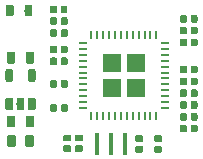
<source format=gbr>
G04 #@! TF.GenerationSoftware,KiCad,Pcbnew,5.0.0-rc1-44a33f2~62~ubuntu16.04.1*
G04 #@! TF.CreationDate,2018-03-27T11:26:02+02:00*
G04 #@! TF.ProjectId,ubmp_v1_pcbusb,75626D705F76315F7063627573622E6B,rev?*
G04 #@! TF.SameCoordinates,Original*
G04 #@! TF.FileFunction,Paste,Top*
G04 #@! TF.FilePolarity,Positive*
%FSLAX46Y46*%
G04 Gerber Fmt 4.6, Leading zero omitted, Abs format (unit mm)*
G04 Created by KiCad (PCBNEW 5.0.0-rc1-44a33f2~62~ubuntu16.04.1) date Tue Mar 27 11:26:02 2018*
%MOMM*%
%LPD*%
G01*
G04 APERTURE LIST*
%ADD10O,0.250000X0.800000*%
%ADD11O,0.800000X0.250000*%
%ADD12R,1.500000X1.500000*%
%ADD13C,0.100000*%
%ADD14C,0.575000*%
%ADD15C,0.750000*%
%ADD16C,0.650000*%
%ADD17C,0.670000*%
%ADD18O,0.400000X1.900000*%
G04 APERTURE END LIST*
D10*
X100250000Y-108950000D03*
X100750000Y-108950000D03*
X101250000Y-108950000D03*
X101750000Y-108950000D03*
X102250000Y-108950000D03*
X102750000Y-108950000D03*
X103250000Y-108950000D03*
X103750000Y-108950000D03*
X104250000Y-108950000D03*
X104750000Y-108950000D03*
X105250000Y-108950000D03*
X105750000Y-108950000D03*
D11*
X106450000Y-108250000D03*
X106450000Y-107750000D03*
X106450000Y-107250000D03*
X106450000Y-106750000D03*
X106450000Y-106250000D03*
X106450000Y-105750000D03*
X106450000Y-105250000D03*
X106450000Y-104750000D03*
X106450000Y-104250000D03*
X106450000Y-103750000D03*
X106450000Y-103250000D03*
X106450000Y-102750000D03*
D10*
X105750000Y-102050000D03*
X105250000Y-102050000D03*
X104750000Y-102050000D03*
X104250000Y-102050000D03*
X103750000Y-102050000D03*
X103250000Y-102050000D03*
X102750000Y-102050000D03*
X102250000Y-102050000D03*
X101750000Y-102050000D03*
X101250000Y-102050000D03*
X100750000Y-102050000D03*
X100250000Y-102050000D03*
D11*
X99550000Y-102750000D03*
X99550000Y-103250000D03*
X99550000Y-103750000D03*
X99550000Y-104250000D03*
X99550000Y-104750000D03*
X99550000Y-105250000D03*
X99550000Y-105750000D03*
X99550000Y-106250000D03*
X99550000Y-106750000D03*
X99550000Y-107250000D03*
X99550000Y-107750000D03*
X99550000Y-108250000D03*
D12*
X104030000Y-106530000D03*
X104030000Y-104470000D03*
X101970000Y-106530000D03*
X101970000Y-104470000D03*
D13*
G36*
X104495340Y-110563192D02*
X104509294Y-110565262D01*
X104522978Y-110568690D01*
X104536261Y-110573442D01*
X104549013Y-110579474D01*
X104561113Y-110586726D01*
X104572444Y-110595130D01*
X104582897Y-110604603D01*
X104592370Y-110615056D01*
X104600774Y-110626387D01*
X104608026Y-110638487D01*
X104614058Y-110651239D01*
X104618810Y-110664522D01*
X104622238Y-110678206D01*
X104624308Y-110692160D01*
X104625000Y-110706250D01*
X104625000Y-110993750D01*
X104624308Y-111007840D01*
X104622238Y-111021794D01*
X104618810Y-111035478D01*
X104614058Y-111048761D01*
X104608026Y-111061513D01*
X104600774Y-111073613D01*
X104592370Y-111084944D01*
X104582897Y-111095397D01*
X104572444Y-111104870D01*
X104561113Y-111113274D01*
X104549013Y-111120526D01*
X104536261Y-111126558D01*
X104522978Y-111131310D01*
X104509294Y-111134738D01*
X104495340Y-111136808D01*
X104481250Y-111137500D01*
X104118750Y-111137500D01*
X104104660Y-111136808D01*
X104090706Y-111134738D01*
X104077022Y-111131310D01*
X104063739Y-111126558D01*
X104050987Y-111120526D01*
X104038887Y-111113274D01*
X104027556Y-111104870D01*
X104017103Y-111095397D01*
X104007630Y-111084944D01*
X103999226Y-111073613D01*
X103991974Y-111061513D01*
X103985942Y-111048761D01*
X103981190Y-111035478D01*
X103977762Y-111021794D01*
X103975692Y-111007840D01*
X103975000Y-110993750D01*
X103975000Y-110706250D01*
X103975692Y-110692160D01*
X103977762Y-110678206D01*
X103981190Y-110664522D01*
X103985942Y-110651239D01*
X103991974Y-110638487D01*
X103999226Y-110626387D01*
X104007630Y-110615056D01*
X104017103Y-110604603D01*
X104027556Y-110595130D01*
X104038887Y-110586726D01*
X104050987Y-110579474D01*
X104063739Y-110573442D01*
X104077022Y-110568690D01*
X104090706Y-110565262D01*
X104104660Y-110563192D01*
X104118750Y-110562500D01*
X104481250Y-110562500D01*
X104495340Y-110563192D01*
X104495340Y-110563192D01*
G37*
D14*
X104300000Y-110850000D03*
D13*
G36*
X104495340Y-111463192D02*
X104509294Y-111465262D01*
X104522978Y-111468690D01*
X104536261Y-111473442D01*
X104549013Y-111479474D01*
X104561113Y-111486726D01*
X104572444Y-111495130D01*
X104582897Y-111504603D01*
X104592370Y-111515056D01*
X104600774Y-111526387D01*
X104608026Y-111538487D01*
X104614058Y-111551239D01*
X104618810Y-111564522D01*
X104622238Y-111578206D01*
X104624308Y-111592160D01*
X104625000Y-111606250D01*
X104625000Y-111893750D01*
X104624308Y-111907840D01*
X104622238Y-111921794D01*
X104618810Y-111935478D01*
X104614058Y-111948761D01*
X104608026Y-111961513D01*
X104600774Y-111973613D01*
X104592370Y-111984944D01*
X104582897Y-111995397D01*
X104572444Y-112004870D01*
X104561113Y-112013274D01*
X104549013Y-112020526D01*
X104536261Y-112026558D01*
X104522978Y-112031310D01*
X104509294Y-112034738D01*
X104495340Y-112036808D01*
X104481250Y-112037500D01*
X104118750Y-112037500D01*
X104104660Y-112036808D01*
X104090706Y-112034738D01*
X104077022Y-112031310D01*
X104063739Y-112026558D01*
X104050987Y-112020526D01*
X104038887Y-112013274D01*
X104027556Y-112004870D01*
X104017103Y-111995397D01*
X104007630Y-111984944D01*
X103999226Y-111973613D01*
X103991974Y-111961513D01*
X103985942Y-111948761D01*
X103981190Y-111935478D01*
X103977762Y-111921794D01*
X103975692Y-111907840D01*
X103975000Y-111893750D01*
X103975000Y-111606250D01*
X103975692Y-111592160D01*
X103977762Y-111578206D01*
X103981190Y-111564522D01*
X103985942Y-111551239D01*
X103991974Y-111538487D01*
X103999226Y-111526387D01*
X104007630Y-111515056D01*
X104017103Y-111504603D01*
X104027556Y-111495130D01*
X104038887Y-111486726D01*
X104050987Y-111479474D01*
X104063739Y-111473442D01*
X104077022Y-111468690D01*
X104090706Y-111465262D01*
X104104660Y-111463192D01*
X104118750Y-111462500D01*
X104481250Y-111462500D01*
X104495340Y-111463192D01*
X104495340Y-111463192D01*
G37*
D14*
X104300000Y-111750000D03*
D13*
G36*
X99395340Y-111413192D02*
X99409294Y-111415262D01*
X99422978Y-111418690D01*
X99436261Y-111423442D01*
X99449013Y-111429474D01*
X99461113Y-111436726D01*
X99472444Y-111445130D01*
X99482897Y-111454603D01*
X99492370Y-111465056D01*
X99500774Y-111476387D01*
X99508026Y-111488487D01*
X99514058Y-111501239D01*
X99518810Y-111514522D01*
X99522238Y-111528206D01*
X99524308Y-111542160D01*
X99525000Y-111556250D01*
X99525000Y-111843750D01*
X99524308Y-111857840D01*
X99522238Y-111871794D01*
X99518810Y-111885478D01*
X99514058Y-111898761D01*
X99508026Y-111911513D01*
X99500774Y-111923613D01*
X99492370Y-111934944D01*
X99482897Y-111945397D01*
X99472444Y-111954870D01*
X99461113Y-111963274D01*
X99449013Y-111970526D01*
X99436261Y-111976558D01*
X99422978Y-111981310D01*
X99409294Y-111984738D01*
X99395340Y-111986808D01*
X99381250Y-111987500D01*
X99018750Y-111987500D01*
X99004660Y-111986808D01*
X98990706Y-111984738D01*
X98977022Y-111981310D01*
X98963739Y-111976558D01*
X98950987Y-111970526D01*
X98938887Y-111963274D01*
X98927556Y-111954870D01*
X98917103Y-111945397D01*
X98907630Y-111934944D01*
X98899226Y-111923613D01*
X98891974Y-111911513D01*
X98885942Y-111898761D01*
X98881190Y-111885478D01*
X98877762Y-111871794D01*
X98875692Y-111857840D01*
X98875000Y-111843750D01*
X98875000Y-111556250D01*
X98875692Y-111542160D01*
X98877762Y-111528206D01*
X98881190Y-111514522D01*
X98885942Y-111501239D01*
X98891974Y-111488487D01*
X98899226Y-111476387D01*
X98907630Y-111465056D01*
X98917103Y-111454603D01*
X98927556Y-111445130D01*
X98938887Y-111436726D01*
X98950987Y-111429474D01*
X98963739Y-111423442D01*
X98977022Y-111418690D01*
X98990706Y-111415262D01*
X99004660Y-111413192D01*
X99018750Y-111412500D01*
X99381250Y-111412500D01*
X99395340Y-111413192D01*
X99395340Y-111413192D01*
G37*
D14*
X99200000Y-111700000D03*
D13*
G36*
X99395340Y-110513192D02*
X99409294Y-110515262D01*
X99422978Y-110518690D01*
X99436261Y-110523442D01*
X99449013Y-110529474D01*
X99461113Y-110536726D01*
X99472444Y-110545130D01*
X99482897Y-110554603D01*
X99492370Y-110565056D01*
X99500774Y-110576387D01*
X99508026Y-110588487D01*
X99514058Y-110601239D01*
X99518810Y-110614522D01*
X99522238Y-110628206D01*
X99524308Y-110642160D01*
X99525000Y-110656250D01*
X99525000Y-110943750D01*
X99524308Y-110957840D01*
X99522238Y-110971794D01*
X99518810Y-110985478D01*
X99514058Y-110998761D01*
X99508026Y-111011513D01*
X99500774Y-111023613D01*
X99492370Y-111034944D01*
X99482897Y-111045397D01*
X99472444Y-111054870D01*
X99461113Y-111063274D01*
X99449013Y-111070526D01*
X99436261Y-111076558D01*
X99422978Y-111081310D01*
X99409294Y-111084738D01*
X99395340Y-111086808D01*
X99381250Y-111087500D01*
X99018750Y-111087500D01*
X99004660Y-111086808D01*
X98990706Y-111084738D01*
X98977022Y-111081310D01*
X98963739Y-111076558D01*
X98950987Y-111070526D01*
X98938887Y-111063274D01*
X98927556Y-111054870D01*
X98917103Y-111045397D01*
X98907630Y-111034944D01*
X98899226Y-111023613D01*
X98891974Y-111011513D01*
X98885942Y-110998761D01*
X98881190Y-110985478D01*
X98877762Y-110971794D01*
X98875692Y-110957840D01*
X98875000Y-110943750D01*
X98875000Y-110656250D01*
X98875692Y-110642160D01*
X98877762Y-110628206D01*
X98881190Y-110614522D01*
X98885942Y-110601239D01*
X98891974Y-110588487D01*
X98899226Y-110576387D01*
X98907630Y-110565056D01*
X98917103Y-110554603D01*
X98927556Y-110545130D01*
X98938887Y-110536726D01*
X98950987Y-110529474D01*
X98963739Y-110523442D01*
X98977022Y-110518690D01*
X98990706Y-110515262D01*
X99004660Y-110513192D01*
X99018750Y-110512500D01*
X99381250Y-110512500D01*
X99395340Y-110513192D01*
X99395340Y-110513192D01*
G37*
D14*
X99200000Y-110800000D03*
D13*
G36*
X93705878Y-110550903D02*
X93724079Y-110553603D01*
X93741928Y-110558074D01*
X93759253Y-110564273D01*
X93775887Y-110572140D01*
X93791669Y-110581599D01*
X93806449Y-110592561D01*
X93820083Y-110604917D01*
X93832439Y-110618551D01*
X93843401Y-110633331D01*
X93852860Y-110649113D01*
X93860727Y-110665747D01*
X93866926Y-110683072D01*
X93871397Y-110700921D01*
X93874097Y-110719122D01*
X93875000Y-110737500D01*
X93875000Y-111362500D01*
X93874097Y-111380878D01*
X93871397Y-111399079D01*
X93866926Y-111416928D01*
X93860727Y-111434253D01*
X93852860Y-111450887D01*
X93843401Y-111466669D01*
X93832439Y-111481449D01*
X93820083Y-111495083D01*
X93806449Y-111507439D01*
X93791669Y-111518401D01*
X93775887Y-111527860D01*
X93759253Y-111535727D01*
X93741928Y-111541926D01*
X93724079Y-111546397D01*
X93705878Y-111549097D01*
X93687500Y-111550000D01*
X93312500Y-111550000D01*
X93294122Y-111549097D01*
X93275921Y-111546397D01*
X93258072Y-111541926D01*
X93240747Y-111535727D01*
X93224113Y-111527860D01*
X93208331Y-111518401D01*
X93193551Y-111507439D01*
X93179917Y-111495083D01*
X93167561Y-111481449D01*
X93156599Y-111466669D01*
X93147140Y-111450887D01*
X93139273Y-111434253D01*
X93133074Y-111416928D01*
X93128603Y-111399079D01*
X93125903Y-111380878D01*
X93125000Y-111362500D01*
X93125000Y-110737500D01*
X93125903Y-110719122D01*
X93128603Y-110700921D01*
X93133074Y-110683072D01*
X93139273Y-110665747D01*
X93147140Y-110649113D01*
X93156599Y-110633331D01*
X93167561Y-110618551D01*
X93179917Y-110604917D01*
X93193551Y-110592561D01*
X93208331Y-110581599D01*
X93224113Y-110572140D01*
X93240747Y-110564273D01*
X93258072Y-110558074D01*
X93275921Y-110553603D01*
X93294122Y-110550903D01*
X93312500Y-110550000D01*
X93687500Y-110550000D01*
X93705878Y-110550903D01*
X93705878Y-110550903D01*
G37*
D15*
X93500000Y-111050000D03*
D13*
G36*
X95205878Y-110550903D02*
X95224079Y-110553603D01*
X95241928Y-110558074D01*
X95259253Y-110564273D01*
X95275887Y-110572140D01*
X95291669Y-110581599D01*
X95306449Y-110592561D01*
X95320083Y-110604917D01*
X95332439Y-110618551D01*
X95343401Y-110633331D01*
X95352860Y-110649113D01*
X95360727Y-110665747D01*
X95366926Y-110683072D01*
X95371397Y-110700921D01*
X95374097Y-110719122D01*
X95375000Y-110737500D01*
X95375000Y-111362500D01*
X95374097Y-111380878D01*
X95371397Y-111399079D01*
X95366926Y-111416928D01*
X95360727Y-111434253D01*
X95352860Y-111450887D01*
X95343401Y-111466669D01*
X95332439Y-111481449D01*
X95320083Y-111495083D01*
X95306449Y-111507439D01*
X95291669Y-111518401D01*
X95275887Y-111527860D01*
X95259253Y-111535727D01*
X95241928Y-111541926D01*
X95224079Y-111546397D01*
X95205878Y-111549097D01*
X95187500Y-111550000D01*
X94812500Y-111550000D01*
X94794122Y-111549097D01*
X94775921Y-111546397D01*
X94758072Y-111541926D01*
X94740747Y-111535727D01*
X94724113Y-111527860D01*
X94708331Y-111518401D01*
X94693551Y-111507439D01*
X94679917Y-111495083D01*
X94667561Y-111481449D01*
X94656599Y-111466669D01*
X94647140Y-111450887D01*
X94639273Y-111434253D01*
X94633074Y-111416928D01*
X94628603Y-111399079D01*
X94625903Y-111380878D01*
X94625000Y-111362500D01*
X94625000Y-110737500D01*
X94625903Y-110719122D01*
X94628603Y-110700921D01*
X94633074Y-110683072D01*
X94639273Y-110665747D01*
X94647140Y-110649113D01*
X94656599Y-110633331D01*
X94667561Y-110618551D01*
X94679917Y-110604917D01*
X94693551Y-110592561D01*
X94708331Y-110581599D01*
X94724113Y-110572140D01*
X94740747Y-110564273D01*
X94758072Y-110558074D01*
X94775921Y-110553603D01*
X94794122Y-110550903D01*
X94812500Y-110550000D01*
X95187500Y-110550000D01*
X95205878Y-110550903D01*
X95205878Y-110550903D01*
G37*
D15*
X95000000Y-111050000D03*
D13*
G36*
X93478428Y-104970782D02*
X93494202Y-104973122D01*
X93509671Y-104976997D01*
X93524686Y-104982370D01*
X93539102Y-104989188D01*
X93552780Y-104997386D01*
X93565589Y-105006886D01*
X93577405Y-105017595D01*
X93588114Y-105029411D01*
X93597614Y-105042220D01*
X93605812Y-105055898D01*
X93612630Y-105070314D01*
X93618003Y-105085329D01*
X93621878Y-105100798D01*
X93624218Y-105116572D01*
X93625000Y-105132500D01*
X93625000Y-105867500D01*
X93624218Y-105883428D01*
X93621878Y-105899202D01*
X93618003Y-105914671D01*
X93612630Y-105929686D01*
X93605812Y-105944102D01*
X93597614Y-105957780D01*
X93588114Y-105970589D01*
X93577405Y-105982405D01*
X93565589Y-105993114D01*
X93552780Y-106002614D01*
X93539102Y-106010812D01*
X93524686Y-106017630D01*
X93509671Y-106023003D01*
X93494202Y-106026878D01*
X93478428Y-106029218D01*
X93462500Y-106030000D01*
X93137500Y-106030000D01*
X93121572Y-106029218D01*
X93105798Y-106026878D01*
X93090329Y-106023003D01*
X93075314Y-106017630D01*
X93060898Y-106010812D01*
X93047220Y-106002614D01*
X93034411Y-105993114D01*
X93022595Y-105982405D01*
X93011886Y-105970589D01*
X93002386Y-105957780D01*
X92994188Y-105944102D01*
X92987370Y-105929686D01*
X92981997Y-105914671D01*
X92978122Y-105899202D01*
X92975782Y-105883428D01*
X92975000Y-105867500D01*
X92975000Y-105132500D01*
X92975782Y-105116572D01*
X92978122Y-105100798D01*
X92981997Y-105085329D01*
X92987370Y-105070314D01*
X92994188Y-105055898D01*
X93002386Y-105042220D01*
X93011886Y-105029411D01*
X93022595Y-105017595D01*
X93034411Y-105006886D01*
X93047220Y-104997386D01*
X93060898Y-104989188D01*
X93075314Y-104982370D01*
X93090329Y-104976997D01*
X93105798Y-104973122D01*
X93121572Y-104970782D01*
X93137500Y-104970000D01*
X93462500Y-104970000D01*
X93478428Y-104970782D01*
X93478428Y-104970782D01*
G37*
D16*
X93300000Y-105500000D03*
D13*
G36*
X95378428Y-104970782D02*
X95394202Y-104973122D01*
X95409671Y-104976997D01*
X95424686Y-104982370D01*
X95439102Y-104989188D01*
X95452780Y-104997386D01*
X95465589Y-105006886D01*
X95477405Y-105017595D01*
X95488114Y-105029411D01*
X95497614Y-105042220D01*
X95505812Y-105055898D01*
X95512630Y-105070314D01*
X95518003Y-105085329D01*
X95521878Y-105100798D01*
X95524218Y-105116572D01*
X95525000Y-105132500D01*
X95525000Y-105867500D01*
X95524218Y-105883428D01*
X95521878Y-105899202D01*
X95518003Y-105914671D01*
X95512630Y-105929686D01*
X95505812Y-105944102D01*
X95497614Y-105957780D01*
X95488114Y-105970589D01*
X95477405Y-105982405D01*
X95465589Y-105993114D01*
X95452780Y-106002614D01*
X95439102Y-106010812D01*
X95424686Y-106017630D01*
X95409671Y-106023003D01*
X95394202Y-106026878D01*
X95378428Y-106029218D01*
X95362500Y-106030000D01*
X95037500Y-106030000D01*
X95021572Y-106029218D01*
X95005798Y-106026878D01*
X94990329Y-106023003D01*
X94975314Y-106017630D01*
X94960898Y-106010812D01*
X94947220Y-106002614D01*
X94934411Y-105993114D01*
X94922595Y-105982405D01*
X94911886Y-105970589D01*
X94902386Y-105957780D01*
X94894188Y-105944102D01*
X94887370Y-105929686D01*
X94881997Y-105914671D01*
X94878122Y-105899202D01*
X94875782Y-105883428D01*
X94875000Y-105867500D01*
X94875000Y-105132500D01*
X94875782Y-105116572D01*
X94878122Y-105100798D01*
X94881997Y-105085329D01*
X94887370Y-105070314D01*
X94894188Y-105055898D01*
X94902386Y-105042220D01*
X94911886Y-105029411D01*
X94922595Y-105017595D01*
X94934411Y-105006886D01*
X94947220Y-104997386D01*
X94960898Y-104989188D01*
X94975314Y-104982370D01*
X94990329Y-104976997D01*
X95005798Y-104973122D01*
X95021572Y-104970782D01*
X95037500Y-104970000D01*
X95362500Y-104970000D01*
X95378428Y-104970782D01*
X95378428Y-104970782D01*
G37*
D16*
X95200000Y-105500000D03*
D13*
G36*
X95378428Y-107370782D02*
X95394202Y-107373122D01*
X95409671Y-107376997D01*
X95424686Y-107382370D01*
X95439102Y-107389188D01*
X95452780Y-107397386D01*
X95465589Y-107406886D01*
X95477405Y-107417595D01*
X95488114Y-107429411D01*
X95497614Y-107442220D01*
X95505812Y-107455898D01*
X95512630Y-107470314D01*
X95518003Y-107485329D01*
X95521878Y-107500798D01*
X95524218Y-107516572D01*
X95525000Y-107532500D01*
X95525000Y-108267500D01*
X95524218Y-108283428D01*
X95521878Y-108299202D01*
X95518003Y-108314671D01*
X95512630Y-108329686D01*
X95505812Y-108344102D01*
X95497614Y-108357780D01*
X95488114Y-108370589D01*
X95477405Y-108382405D01*
X95465589Y-108393114D01*
X95452780Y-108402614D01*
X95439102Y-108410812D01*
X95424686Y-108417630D01*
X95409671Y-108423003D01*
X95394202Y-108426878D01*
X95378428Y-108429218D01*
X95362500Y-108430000D01*
X95037500Y-108430000D01*
X95021572Y-108429218D01*
X95005798Y-108426878D01*
X94990329Y-108423003D01*
X94975314Y-108417630D01*
X94960898Y-108410812D01*
X94947220Y-108402614D01*
X94934411Y-108393114D01*
X94922595Y-108382405D01*
X94911886Y-108370589D01*
X94902386Y-108357780D01*
X94894188Y-108344102D01*
X94887370Y-108329686D01*
X94881997Y-108314671D01*
X94878122Y-108299202D01*
X94875782Y-108283428D01*
X94875000Y-108267500D01*
X94875000Y-107532500D01*
X94875782Y-107516572D01*
X94878122Y-107500798D01*
X94881997Y-107485329D01*
X94887370Y-107470314D01*
X94894188Y-107455898D01*
X94902386Y-107442220D01*
X94911886Y-107429411D01*
X94922595Y-107417595D01*
X94934411Y-107406886D01*
X94947220Y-107397386D01*
X94960898Y-107389188D01*
X94975314Y-107382370D01*
X94990329Y-107376997D01*
X95005798Y-107373122D01*
X95021572Y-107370782D01*
X95037500Y-107370000D01*
X95362500Y-107370000D01*
X95378428Y-107370782D01*
X95378428Y-107370782D01*
G37*
D16*
X95200000Y-107900000D03*
D13*
G36*
X94428428Y-107370782D02*
X94444202Y-107373122D01*
X94459671Y-107376997D01*
X94474686Y-107382370D01*
X94489102Y-107389188D01*
X94502780Y-107397386D01*
X94515589Y-107406886D01*
X94527405Y-107417595D01*
X94538114Y-107429411D01*
X94547614Y-107442220D01*
X94555812Y-107455898D01*
X94562630Y-107470314D01*
X94568003Y-107485329D01*
X94571878Y-107500798D01*
X94574218Y-107516572D01*
X94575000Y-107532500D01*
X94575000Y-108267500D01*
X94574218Y-108283428D01*
X94571878Y-108299202D01*
X94568003Y-108314671D01*
X94562630Y-108329686D01*
X94555812Y-108344102D01*
X94547614Y-108357780D01*
X94538114Y-108370589D01*
X94527405Y-108382405D01*
X94515589Y-108393114D01*
X94502780Y-108402614D01*
X94489102Y-108410812D01*
X94474686Y-108417630D01*
X94459671Y-108423003D01*
X94444202Y-108426878D01*
X94428428Y-108429218D01*
X94412500Y-108430000D01*
X94087500Y-108430000D01*
X94071572Y-108429218D01*
X94055798Y-108426878D01*
X94040329Y-108423003D01*
X94025314Y-108417630D01*
X94010898Y-108410812D01*
X93997220Y-108402614D01*
X93984411Y-108393114D01*
X93972595Y-108382405D01*
X93961886Y-108370589D01*
X93952386Y-108357780D01*
X93944188Y-108344102D01*
X93937370Y-108329686D01*
X93931997Y-108314671D01*
X93928122Y-108299202D01*
X93925782Y-108283428D01*
X93925000Y-108267500D01*
X93925000Y-107532500D01*
X93925782Y-107516572D01*
X93928122Y-107500798D01*
X93931997Y-107485329D01*
X93937370Y-107470314D01*
X93944188Y-107455898D01*
X93952386Y-107442220D01*
X93961886Y-107429411D01*
X93972595Y-107417595D01*
X93984411Y-107406886D01*
X93997220Y-107397386D01*
X94010898Y-107389188D01*
X94025314Y-107382370D01*
X94040329Y-107376997D01*
X94055798Y-107373122D01*
X94071572Y-107370782D01*
X94087500Y-107370000D01*
X94412500Y-107370000D01*
X94428428Y-107370782D01*
X94428428Y-107370782D01*
G37*
D16*
X94250000Y-107900000D03*
D13*
G36*
X93478428Y-107370782D02*
X93494202Y-107373122D01*
X93509671Y-107376997D01*
X93524686Y-107382370D01*
X93539102Y-107389188D01*
X93552780Y-107397386D01*
X93565589Y-107406886D01*
X93577405Y-107417595D01*
X93588114Y-107429411D01*
X93597614Y-107442220D01*
X93605812Y-107455898D01*
X93612630Y-107470314D01*
X93618003Y-107485329D01*
X93621878Y-107500798D01*
X93624218Y-107516572D01*
X93625000Y-107532500D01*
X93625000Y-108267500D01*
X93624218Y-108283428D01*
X93621878Y-108299202D01*
X93618003Y-108314671D01*
X93612630Y-108329686D01*
X93605812Y-108344102D01*
X93597614Y-108357780D01*
X93588114Y-108370589D01*
X93577405Y-108382405D01*
X93565589Y-108393114D01*
X93552780Y-108402614D01*
X93539102Y-108410812D01*
X93524686Y-108417630D01*
X93509671Y-108423003D01*
X93494202Y-108426878D01*
X93478428Y-108429218D01*
X93462500Y-108430000D01*
X93137500Y-108430000D01*
X93121572Y-108429218D01*
X93105798Y-108426878D01*
X93090329Y-108423003D01*
X93075314Y-108417630D01*
X93060898Y-108410812D01*
X93047220Y-108402614D01*
X93034411Y-108393114D01*
X93022595Y-108382405D01*
X93011886Y-108370589D01*
X93002386Y-108357780D01*
X92994188Y-108344102D01*
X92987370Y-108329686D01*
X92981997Y-108314671D01*
X92978122Y-108299202D01*
X92975782Y-108283428D01*
X92975000Y-108267500D01*
X92975000Y-107532500D01*
X92975782Y-107516572D01*
X92978122Y-107500798D01*
X92981997Y-107485329D01*
X92987370Y-107470314D01*
X92994188Y-107455898D01*
X93002386Y-107442220D01*
X93011886Y-107429411D01*
X93022595Y-107417595D01*
X93034411Y-107406886D01*
X93047220Y-107397386D01*
X93060898Y-107389188D01*
X93075314Y-107382370D01*
X93090329Y-107376997D01*
X93105798Y-107373122D01*
X93121572Y-107370782D01*
X93137500Y-107370000D01*
X93462500Y-107370000D01*
X93478428Y-107370782D01*
X93478428Y-107370782D01*
G37*
D16*
X93300000Y-107900000D03*
D13*
G36*
X98395340Y-111413192D02*
X98409294Y-111415262D01*
X98422978Y-111418690D01*
X98436261Y-111423442D01*
X98449013Y-111429474D01*
X98461113Y-111436726D01*
X98472444Y-111445130D01*
X98482897Y-111454603D01*
X98492370Y-111465056D01*
X98500774Y-111476387D01*
X98508026Y-111488487D01*
X98514058Y-111501239D01*
X98518810Y-111514522D01*
X98522238Y-111528206D01*
X98524308Y-111542160D01*
X98525000Y-111556250D01*
X98525000Y-111843750D01*
X98524308Y-111857840D01*
X98522238Y-111871794D01*
X98518810Y-111885478D01*
X98514058Y-111898761D01*
X98508026Y-111911513D01*
X98500774Y-111923613D01*
X98492370Y-111934944D01*
X98482897Y-111945397D01*
X98472444Y-111954870D01*
X98461113Y-111963274D01*
X98449013Y-111970526D01*
X98436261Y-111976558D01*
X98422978Y-111981310D01*
X98409294Y-111984738D01*
X98395340Y-111986808D01*
X98381250Y-111987500D01*
X98018750Y-111987500D01*
X98004660Y-111986808D01*
X97990706Y-111984738D01*
X97977022Y-111981310D01*
X97963739Y-111976558D01*
X97950987Y-111970526D01*
X97938887Y-111963274D01*
X97927556Y-111954870D01*
X97917103Y-111945397D01*
X97907630Y-111934944D01*
X97899226Y-111923613D01*
X97891974Y-111911513D01*
X97885942Y-111898761D01*
X97881190Y-111885478D01*
X97877762Y-111871794D01*
X97875692Y-111857840D01*
X97875000Y-111843750D01*
X97875000Y-111556250D01*
X97875692Y-111542160D01*
X97877762Y-111528206D01*
X97881190Y-111514522D01*
X97885942Y-111501239D01*
X97891974Y-111488487D01*
X97899226Y-111476387D01*
X97907630Y-111465056D01*
X97917103Y-111454603D01*
X97927556Y-111445130D01*
X97938887Y-111436726D01*
X97950987Y-111429474D01*
X97963739Y-111423442D01*
X97977022Y-111418690D01*
X97990706Y-111415262D01*
X98004660Y-111413192D01*
X98018750Y-111412500D01*
X98381250Y-111412500D01*
X98395340Y-111413192D01*
X98395340Y-111413192D01*
G37*
D14*
X98200000Y-111700000D03*
D13*
G36*
X98395340Y-110513192D02*
X98409294Y-110515262D01*
X98422978Y-110518690D01*
X98436261Y-110523442D01*
X98449013Y-110529474D01*
X98461113Y-110536726D01*
X98472444Y-110545130D01*
X98482897Y-110554603D01*
X98492370Y-110565056D01*
X98500774Y-110576387D01*
X98508026Y-110588487D01*
X98514058Y-110601239D01*
X98518810Y-110614522D01*
X98522238Y-110628206D01*
X98524308Y-110642160D01*
X98525000Y-110656250D01*
X98525000Y-110943750D01*
X98524308Y-110957840D01*
X98522238Y-110971794D01*
X98518810Y-110985478D01*
X98514058Y-110998761D01*
X98508026Y-111011513D01*
X98500774Y-111023613D01*
X98492370Y-111034944D01*
X98482897Y-111045397D01*
X98472444Y-111054870D01*
X98461113Y-111063274D01*
X98449013Y-111070526D01*
X98436261Y-111076558D01*
X98422978Y-111081310D01*
X98409294Y-111084738D01*
X98395340Y-111086808D01*
X98381250Y-111087500D01*
X98018750Y-111087500D01*
X98004660Y-111086808D01*
X97990706Y-111084738D01*
X97977022Y-111081310D01*
X97963739Y-111076558D01*
X97950987Y-111070526D01*
X97938887Y-111063274D01*
X97927556Y-111054870D01*
X97917103Y-111045397D01*
X97907630Y-111034944D01*
X97899226Y-111023613D01*
X97891974Y-111011513D01*
X97885942Y-110998761D01*
X97881190Y-110985478D01*
X97877762Y-110971794D01*
X97875692Y-110957840D01*
X97875000Y-110943750D01*
X97875000Y-110656250D01*
X97875692Y-110642160D01*
X97877762Y-110628206D01*
X97881190Y-110614522D01*
X97885942Y-110601239D01*
X97891974Y-110588487D01*
X97899226Y-110576387D01*
X97907630Y-110565056D01*
X97917103Y-110554603D01*
X97927556Y-110545130D01*
X97938887Y-110536726D01*
X97950987Y-110529474D01*
X97963739Y-110523442D01*
X97977022Y-110518690D01*
X97990706Y-110515262D01*
X98004660Y-110513192D01*
X98018750Y-110512500D01*
X98381250Y-110512500D01*
X98395340Y-110513192D01*
X98395340Y-110513192D01*
G37*
D14*
X98200000Y-110800000D03*
D13*
G36*
X97195340Y-99575692D02*
X97209294Y-99577762D01*
X97222978Y-99581190D01*
X97236261Y-99585942D01*
X97249013Y-99591974D01*
X97261113Y-99599226D01*
X97272444Y-99607630D01*
X97282897Y-99617103D01*
X97292370Y-99627556D01*
X97300774Y-99638887D01*
X97308026Y-99650987D01*
X97314058Y-99663739D01*
X97318810Y-99677022D01*
X97322238Y-99690706D01*
X97324308Y-99704660D01*
X97325000Y-99718750D01*
X97325000Y-100081250D01*
X97324308Y-100095340D01*
X97322238Y-100109294D01*
X97318810Y-100122978D01*
X97314058Y-100136261D01*
X97308026Y-100149013D01*
X97300774Y-100161113D01*
X97292370Y-100172444D01*
X97282897Y-100182897D01*
X97272444Y-100192370D01*
X97261113Y-100200774D01*
X97249013Y-100208026D01*
X97236261Y-100214058D01*
X97222978Y-100218810D01*
X97209294Y-100222238D01*
X97195340Y-100224308D01*
X97181250Y-100225000D01*
X96893750Y-100225000D01*
X96879660Y-100224308D01*
X96865706Y-100222238D01*
X96852022Y-100218810D01*
X96838739Y-100214058D01*
X96825987Y-100208026D01*
X96813887Y-100200774D01*
X96802556Y-100192370D01*
X96792103Y-100182897D01*
X96782630Y-100172444D01*
X96774226Y-100161113D01*
X96766974Y-100149013D01*
X96760942Y-100136261D01*
X96756190Y-100122978D01*
X96752762Y-100109294D01*
X96750692Y-100095340D01*
X96750000Y-100081250D01*
X96750000Y-99718750D01*
X96750692Y-99704660D01*
X96752762Y-99690706D01*
X96756190Y-99677022D01*
X96760942Y-99663739D01*
X96766974Y-99650987D01*
X96774226Y-99638887D01*
X96782630Y-99627556D01*
X96792103Y-99617103D01*
X96802556Y-99607630D01*
X96813887Y-99599226D01*
X96825987Y-99591974D01*
X96838739Y-99585942D01*
X96852022Y-99581190D01*
X96865706Y-99577762D01*
X96879660Y-99575692D01*
X96893750Y-99575000D01*
X97181250Y-99575000D01*
X97195340Y-99575692D01*
X97195340Y-99575692D01*
G37*
D14*
X97037500Y-99900000D03*
D13*
G36*
X98095340Y-99575692D02*
X98109294Y-99577762D01*
X98122978Y-99581190D01*
X98136261Y-99585942D01*
X98149013Y-99591974D01*
X98161113Y-99599226D01*
X98172444Y-99607630D01*
X98182897Y-99617103D01*
X98192370Y-99627556D01*
X98200774Y-99638887D01*
X98208026Y-99650987D01*
X98214058Y-99663739D01*
X98218810Y-99677022D01*
X98222238Y-99690706D01*
X98224308Y-99704660D01*
X98225000Y-99718750D01*
X98225000Y-100081250D01*
X98224308Y-100095340D01*
X98222238Y-100109294D01*
X98218810Y-100122978D01*
X98214058Y-100136261D01*
X98208026Y-100149013D01*
X98200774Y-100161113D01*
X98192370Y-100172444D01*
X98182897Y-100182897D01*
X98172444Y-100192370D01*
X98161113Y-100200774D01*
X98149013Y-100208026D01*
X98136261Y-100214058D01*
X98122978Y-100218810D01*
X98109294Y-100222238D01*
X98095340Y-100224308D01*
X98081250Y-100225000D01*
X97793750Y-100225000D01*
X97779660Y-100224308D01*
X97765706Y-100222238D01*
X97752022Y-100218810D01*
X97738739Y-100214058D01*
X97725987Y-100208026D01*
X97713887Y-100200774D01*
X97702556Y-100192370D01*
X97692103Y-100182897D01*
X97682630Y-100172444D01*
X97674226Y-100161113D01*
X97666974Y-100149013D01*
X97660942Y-100136261D01*
X97656190Y-100122978D01*
X97652762Y-100109294D01*
X97650692Y-100095340D01*
X97650000Y-100081250D01*
X97650000Y-99718750D01*
X97650692Y-99704660D01*
X97652762Y-99690706D01*
X97656190Y-99677022D01*
X97660942Y-99663739D01*
X97666974Y-99650987D01*
X97674226Y-99638887D01*
X97682630Y-99627556D01*
X97692103Y-99617103D01*
X97702556Y-99607630D01*
X97713887Y-99599226D01*
X97725987Y-99591974D01*
X97738739Y-99585942D01*
X97752022Y-99581190D01*
X97765706Y-99577762D01*
X97779660Y-99575692D01*
X97793750Y-99575000D01*
X98081250Y-99575000D01*
X98095340Y-99575692D01*
X98095340Y-99575692D01*
G37*
D14*
X97937500Y-99900000D03*
D13*
G36*
X108207840Y-109675692D02*
X108221794Y-109677762D01*
X108235478Y-109681190D01*
X108248761Y-109685942D01*
X108261513Y-109691974D01*
X108273613Y-109699226D01*
X108284944Y-109707630D01*
X108295397Y-109717103D01*
X108304870Y-109727556D01*
X108313274Y-109738887D01*
X108320526Y-109750987D01*
X108326558Y-109763739D01*
X108331310Y-109777022D01*
X108334738Y-109790706D01*
X108336808Y-109804660D01*
X108337500Y-109818750D01*
X108337500Y-110181250D01*
X108336808Y-110195340D01*
X108334738Y-110209294D01*
X108331310Y-110222978D01*
X108326558Y-110236261D01*
X108320526Y-110249013D01*
X108313274Y-110261113D01*
X108304870Y-110272444D01*
X108295397Y-110282897D01*
X108284944Y-110292370D01*
X108273613Y-110300774D01*
X108261513Y-110308026D01*
X108248761Y-110314058D01*
X108235478Y-110318810D01*
X108221794Y-110322238D01*
X108207840Y-110324308D01*
X108193750Y-110325000D01*
X107906250Y-110325000D01*
X107892160Y-110324308D01*
X107878206Y-110322238D01*
X107864522Y-110318810D01*
X107851239Y-110314058D01*
X107838487Y-110308026D01*
X107826387Y-110300774D01*
X107815056Y-110292370D01*
X107804603Y-110282897D01*
X107795130Y-110272444D01*
X107786726Y-110261113D01*
X107779474Y-110249013D01*
X107773442Y-110236261D01*
X107768690Y-110222978D01*
X107765262Y-110209294D01*
X107763192Y-110195340D01*
X107762500Y-110181250D01*
X107762500Y-109818750D01*
X107763192Y-109804660D01*
X107765262Y-109790706D01*
X107768690Y-109777022D01*
X107773442Y-109763739D01*
X107779474Y-109750987D01*
X107786726Y-109738887D01*
X107795130Y-109727556D01*
X107804603Y-109717103D01*
X107815056Y-109707630D01*
X107826387Y-109699226D01*
X107838487Y-109691974D01*
X107851239Y-109685942D01*
X107864522Y-109681190D01*
X107878206Y-109677762D01*
X107892160Y-109675692D01*
X107906250Y-109675000D01*
X108193750Y-109675000D01*
X108207840Y-109675692D01*
X108207840Y-109675692D01*
G37*
D14*
X108050000Y-110000000D03*
D13*
G36*
X109107840Y-109675692D02*
X109121794Y-109677762D01*
X109135478Y-109681190D01*
X109148761Y-109685942D01*
X109161513Y-109691974D01*
X109173613Y-109699226D01*
X109184944Y-109707630D01*
X109195397Y-109717103D01*
X109204870Y-109727556D01*
X109213274Y-109738887D01*
X109220526Y-109750987D01*
X109226558Y-109763739D01*
X109231310Y-109777022D01*
X109234738Y-109790706D01*
X109236808Y-109804660D01*
X109237500Y-109818750D01*
X109237500Y-110181250D01*
X109236808Y-110195340D01*
X109234738Y-110209294D01*
X109231310Y-110222978D01*
X109226558Y-110236261D01*
X109220526Y-110249013D01*
X109213274Y-110261113D01*
X109204870Y-110272444D01*
X109195397Y-110282897D01*
X109184944Y-110292370D01*
X109173613Y-110300774D01*
X109161513Y-110308026D01*
X109148761Y-110314058D01*
X109135478Y-110318810D01*
X109121794Y-110322238D01*
X109107840Y-110324308D01*
X109093750Y-110325000D01*
X108806250Y-110325000D01*
X108792160Y-110324308D01*
X108778206Y-110322238D01*
X108764522Y-110318810D01*
X108751239Y-110314058D01*
X108738487Y-110308026D01*
X108726387Y-110300774D01*
X108715056Y-110292370D01*
X108704603Y-110282897D01*
X108695130Y-110272444D01*
X108686726Y-110261113D01*
X108679474Y-110249013D01*
X108673442Y-110236261D01*
X108668690Y-110222978D01*
X108665262Y-110209294D01*
X108663192Y-110195340D01*
X108662500Y-110181250D01*
X108662500Y-109818750D01*
X108663192Y-109804660D01*
X108665262Y-109790706D01*
X108668690Y-109777022D01*
X108673442Y-109763739D01*
X108679474Y-109750987D01*
X108686726Y-109738887D01*
X108695130Y-109727556D01*
X108704603Y-109717103D01*
X108715056Y-109707630D01*
X108726387Y-109699226D01*
X108738487Y-109691974D01*
X108751239Y-109685942D01*
X108764522Y-109681190D01*
X108778206Y-109677762D01*
X108792160Y-109675692D01*
X108806250Y-109675000D01*
X109093750Y-109675000D01*
X109107840Y-109675692D01*
X109107840Y-109675692D01*
G37*
D14*
X108950000Y-110000000D03*
D13*
G36*
X108207840Y-108675692D02*
X108221794Y-108677762D01*
X108235478Y-108681190D01*
X108248761Y-108685942D01*
X108261513Y-108691974D01*
X108273613Y-108699226D01*
X108284944Y-108707630D01*
X108295397Y-108717103D01*
X108304870Y-108727556D01*
X108313274Y-108738887D01*
X108320526Y-108750987D01*
X108326558Y-108763739D01*
X108331310Y-108777022D01*
X108334738Y-108790706D01*
X108336808Y-108804660D01*
X108337500Y-108818750D01*
X108337500Y-109181250D01*
X108336808Y-109195340D01*
X108334738Y-109209294D01*
X108331310Y-109222978D01*
X108326558Y-109236261D01*
X108320526Y-109249013D01*
X108313274Y-109261113D01*
X108304870Y-109272444D01*
X108295397Y-109282897D01*
X108284944Y-109292370D01*
X108273613Y-109300774D01*
X108261513Y-109308026D01*
X108248761Y-109314058D01*
X108235478Y-109318810D01*
X108221794Y-109322238D01*
X108207840Y-109324308D01*
X108193750Y-109325000D01*
X107906250Y-109325000D01*
X107892160Y-109324308D01*
X107878206Y-109322238D01*
X107864522Y-109318810D01*
X107851239Y-109314058D01*
X107838487Y-109308026D01*
X107826387Y-109300774D01*
X107815056Y-109292370D01*
X107804603Y-109282897D01*
X107795130Y-109272444D01*
X107786726Y-109261113D01*
X107779474Y-109249013D01*
X107773442Y-109236261D01*
X107768690Y-109222978D01*
X107765262Y-109209294D01*
X107763192Y-109195340D01*
X107762500Y-109181250D01*
X107762500Y-108818750D01*
X107763192Y-108804660D01*
X107765262Y-108790706D01*
X107768690Y-108777022D01*
X107773442Y-108763739D01*
X107779474Y-108750987D01*
X107786726Y-108738887D01*
X107795130Y-108727556D01*
X107804603Y-108717103D01*
X107815056Y-108707630D01*
X107826387Y-108699226D01*
X107838487Y-108691974D01*
X107851239Y-108685942D01*
X107864522Y-108681190D01*
X107878206Y-108677762D01*
X107892160Y-108675692D01*
X107906250Y-108675000D01*
X108193750Y-108675000D01*
X108207840Y-108675692D01*
X108207840Y-108675692D01*
G37*
D14*
X108050000Y-109000000D03*
D13*
G36*
X109107840Y-108675692D02*
X109121794Y-108677762D01*
X109135478Y-108681190D01*
X109148761Y-108685942D01*
X109161513Y-108691974D01*
X109173613Y-108699226D01*
X109184944Y-108707630D01*
X109195397Y-108717103D01*
X109204870Y-108727556D01*
X109213274Y-108738887D01*
X109220526Y-108750987D01*
X109226558Y-108763739D01*
X109231310Y-108777022D01*
X109234738Y-108790706D01*
X109236808Y-108804660D01*
X109237500Y-108818750D01*
X109237500Y-109181250D01*
X109236808Y-109195340D01*
X109234738Y-109209294D01*
X109231310Y-109222978D01*
X109226558Y-109236261D01*
X109220526Y-109249013D01*
X109213274Y-109261113D01*
X109204870Y-109272444D01*
X109195397Y-109282897D01*
X109184944Y-109292370D01*
X109173613Y-109300774D01*
X109161513Y-109308026D01*
X109148761Y-109314058D01*
X109135478Y-109318810D01*
X109121794Y-109322238D01*
X109107840Y-109324308D01*
X109093750Y-109325000D01*
X108806250Y-109325000D01*
X108792160Y-109324308D01*
X108778206Y-109322238D01*
X108764522Y-109318810D01*
X108751239Y-109314058D01*
X108738487Y-109308026D01*
X108726387Y-109300774D01*
X108715056Y-109292370D01*
X108704603Y-109282897D01*
X108695130Y-109272444D01*
X108686726Y-109261113D01*
X108679474Y-109249013D01*
X108673442Y-109236261D01*
X108668690Y-109222978D01*
X108665262Y-109209294D01*
X108663192Y-109195340D01*
X108662500Y-109181250D01*
X108662500Y-108818750D01*
X108663192Y-108804660D01*
X108665262Y-108790706D01*
X108668690Y-108777022D01*
X108673442Y-108763739D01*
X108679474Y-108750987D01*
X108686726Y-108738887D01*
X108695130Y-108727556D01*
X108704603Y-108717103D01*
X108715056Y-108707630D01*
X108726387Y-108699226D01*
X108738487Y-108691974D01*
X108751239Y-108685942D01*
X108764522Y-108681190D01*
X108778206Y-108677762D01*
X108792160Y-108675692D01*
X108806250Y-108675000D01*
X109093750Y-108675000D01*
X109107840Y-108675692D01*
X109107840Y-108675692D01*
G37*
D14*
X108950000Y-109000000D03*
D13*
G36*
X108207840Y-105675692D02*
X108221794Y-105677762D01*
X108235478Y-105681190D01*
X108248761Y-105685942D01*
X108261513Y-105691974D01*
X108273613Y-105699226D01*
X108284944Y-105707630D01*
X108295397Y-105717103D01*
X108304870Y-105727556D01*
X108313274Y-105738887D01*
X108320526Y-105750987D01*
X108326558Y-105763739D01*
X108331310Y-105777022D01*
X108334738Y-105790706D01*
X108336808Y-105804660D01*
X108337500Y-105818750D01*
X108337500Y-106181250D01*
X108336808Y-106195340D01*
X108334738Y-106209294D01*
X108331310Y-106222978D01*
X108326558Y-106236261D01*
X108320526Y-106249013D01*
X108313274Y-106261113D01*
X108304870Y-106272444D01*
X108295397Y-106282897D01*
X108284944Y-106292370D01*
X108273613Y-106300774D01*
X108261513Y-106308026D01*
X108248761Y-106314058D01*
X108235478Y-106318810D01*
X108221794Y-106322238D01*
X108207840Y-106324308D01*
X108193750Y-106325000D01*
X107906250Y-106325000D01*
X107892160Y-106324308D01*
X107878206Y-106322238D01*
X107864522Y-106318810D01*
X107851239Y-106314058D01*
X107838487Y-106308026D01*
X107826387Y-106300774D01*
X107815056Y-106292370D01*
X107804603Y-106282897D01*
X107795130Y-106272444D01*
X107786726Y-106261113D01*
X107779474Y-106249013D01*
X107773442Y-106236261D01*
X107768690Y-106222978D01*
X107765262Y-106209294D01*
X107763192Y-106195340D01*
X107762500Y-106181250D01*
X107762500Y-105818750D01*
X107763192Y-105804660D01*
X107765262Y-105790706D01*
X107768690Y-105777022D01*
X107773442Y-105763739D01*
X107779474Y-105750987D01*
X107786726Y-105738887D01*
X107795130Y-105727556D01*
X107804603Y-105717103D01*
X107815056Y-105707630D01*
X107826387Y-105699226D01*
X107838487Y-105691974D01*
X107851239Y-105685942D01*
X107864522Y-105681190D01*
X107878206Y-105677762D01*
X107892160Y-105675692D01*
X107906250Y-105675000D01*
X108193750Y-105675000D01*
X108207840Y-105675692D01*
X108207840Y-105675692D01*
G37*
D14*
X108050000Y-106000000D03*
D13*
G36*
X109107840Y-105675692D02*
X109121794Y-105677762D01*
X109135478Y-105681190D01*
X109148761Y-105685942D01*
X109161513Y-105691974D01*
X109173613Y-105699226D01*
X109184944Y-105707630D01*
X109195397Y-105717103D01*
X109204870Y-105727556D01*
X109213274Y-105738887D01*
X109220526Y-105750987D01*
X109226558Y-105763739D01*
X109231310Y-105777022D01*
X109234738Y-105790706D01*
X109236808Y-105804660D01*
X109237500Y-105818750D01*
X109237500Y-106181250D01*
X109236808Y-106195340D01*
X109234738Y-106209294D01*
X109231310Y-106222978D01*
X109226558Y-106236261D01*
X109220526Y-106249013D01*
X109213274Y-106261113D01*
X109204870Y-106272444D01*
X109195397Y-106282897D01*
X109184944Y-106292370D01*
X109173613Y-106300774D01*
X109161513Y-106308026D01*
X109148761Y-106314058D01*
X109135478Y-106318810D01*
X109121794Y-106322238D01*
X109107840Y-106324308D01*
X109093750Y-106325000D01*
X108806250Y-106325000D01*
X108792160Y-106324308D01*
X108778206Y-106322238D01*
X108764522Y-106318810D01*
X108751239Y-106314058D01*
X108738487Y-106308026D01*
X108726387Y-106300774D01*
X108715056Y-106292370D01*
X108704603Y-106282897D01*
X108695130Y-106272444D01*
X108686726Y-106261113D01*
X108679474Y-106249013D01*
X108673442Y-106236261D01*
X108668690Y-106222978D01*
X108665262Y-106209294D01*
X108663192Y-106195340D01*
X108662500Y-106181250D01*
X108662500Y-105818750D01*
X108663192Y-105804660D01*
X108665262Y-105790706D01*
X108668690Y-105777022D01*
X108673442Y-105763739D01*
X108679474Y-105750987D01*
X108686726Y-105738887D01*
X108695130Y-105727556D01*
X108704603Y-105717103D01*
X108715056Y-105707630D01*
X108726387Y-105699226D01*
X108738487Y-105691974D01*
X108751239Y-105685942D01*
X108764522Y-105681190D01*
X108778206Y-105677762D01*
X108792160Y-105675692D01*
X108806250Y-105675000D01*
X109093750Y-105675000D01*
X109107840Y-105675692D01*
X109107840Y-105675692D01*
G37*
D14*
X108950000Y-106000000D03*
D13*
G36*
X108207840Y-104675692D02*
X108221794Y-104677762D01*
X108235478Y-104681190D01*
X108248761Y-104685942D01*
X108261513Y-104691974D01*
X108273613Y-104699226D01*
X108284944Y-104707630D01*
X108295397Y-104717103D01*
X108304870Y-104727556D01*
X108313274Y-104738887D01*
X108320526Y-104750987D01*
X108326558Y-104763739D01*
X108331310Y-104777022D01*
X108334738Y-104790706D01*
X108336808Y-104804660D01*
X108337500Y-104818750D01*
X108337500Y-105181250D01*
X108336808Y-105195340D01*
X108334738Y-105209294D01*
X108331310Y-105222978D01*
X108326558Y-105236261D01*
X108320526Y-105249013D01*
X108313274Y-105261113D01*
X108304870Y-105272444D01*
X108295397Y-105282897D01*
X108284944Y-105292370D01*
X108273613Y-105300774D01*
X108261513Y-105308026D01*
X108248761Y-105314058D01*
X108235478Y-105318810D01*
X108221794Y-105322238D01*
X108207840Y-105324308D01*
X108193750Y-105325000D01*
X107906250Y-105325000D01*
X107892160Y-105324308D01*
X107878206Y-105322238D01*
X107864522Y-105318810D01*
X107851239Y-105314058D01*
X107838487Y-105308026D01*
X107826387Y-105300774D01*
X107815056Y-105292370D01*
X107804603Y-105282897D01*
X107795130Y-105272444D01*
X107786726Y-105261113D01*
X107779474Y-105249013D01*
X107773442Y-105236261D01*
X107768690Y-105222978D01*
X107765262Y-105209294D01*
X107763192Y-105195340D01*
X107762500Y-105181250D01*
X107762500Y-104818750D01*
X107763192Y-104804660D01*
X107765262Y-104790706D01*
X107768690Y-104777022D01*
X107773442Y-104763739D01*
X107779474Y-104750987D01*
X107786726Y-104738887D01*
X107795130Y-104727556D01*
X107804603Y-104717103D01*
X107815056Y-104707630D01*
X107826387Y-104699226D01*
X107838487Y-104691974D01*
X107851239Y-104685942D01*
X107864522Y-104681190D01*
X107878206Y-104677762D01*
X107892160Y-104675692D01*
X107906250Y-104675000D01*
X108193750Y-104675000D01*
X108207840Y-104675692D01*
X108207840Y-104675692D01*
G37*
D14*
X108050000Y-105000000D03*
D13*
G36*
X109107840Y-104675692D02*
X109121794Y-104677762D01*
X109135478Y-104681190D01*
X109148761Y-104685942D01*
X109161513Y-104691974D01*
X109173613Y-104699226D01*
X109184944Y-104707630D01*
X109195397Y-104717103D01*
X109204870Y-104727556D01*
X109213274Y-104738887D01*
X109220526Y-104750987D01*
X109226558Y-104763739D01*
X109231310Y-104777022D01*
X109234738Y-104790706D01*
X109236808Y-104804660D01*
X109237500Y-104818750D01*
X109237500Y-105181250D01*
X109236808Y-105195340D01*
X109234738Y-105209294D01*
X109231310Y-105222978D01*
X109226558Y-105236261D01*
X109220526Y-105249013D01*
X109213274Y-105261113D01*
X109204870Y-105272444D01*
X109195397Y-105282897D01*
X109184944Y-105292370D01*
X109173613Y-105300774D01*
X109161513Y-105308026D01*
X109148761Y-105314058D01*
X109135478Y-105318810D01*
X109121794Y-105322238D01*
X109107840Y-105324308D01*
X109093750Y-105325000D01*
X108806250Y-105325000D01*
X108792160Y-105324308D01*
X108778206Y-105322238D01*
X108764522Y-105318810D01*
X108751239Y-105314058D01*
X108738487Y-105308026D01*
X108726387Y-105300774D01*
X108715056Y-105292370D01*
X108704603Y-105282897D01*
X108695130Y-105272444D01*
X108686726Y-105261113D01*
X108679474Y-105249013D01*
X108673442Y-105236261D01*
X108668690Y-105222978D01*
X108665262Y-105209294D01*
X108663192Y-105195340D01*
X108662500Y-105181250D01*
X108662500Y-104818750D01*
X108663192Y-104804660D01*
X108665262Y-104790706D01*
X108668690Y-104777022D01*
X108673442Y-104763739D01*
X108679474Y-104750987D01*
X108686726Y-104738887D01*
X108695130Y-104727556D01*
X108704603Y-104717103D01*
X108715056Y-104707630D01*
X108726387Y-104699226D01*
X108738487Y-104691974D01*
X108751239Y-104685942D01*
X108764522Y-104681190D01*
X108778206Y-104677762D01*
X108792160Y-104675692D01*
X108806250Y-104675000D01*
X109093750Y-104675000D01*
X109107840Y-104675692D01*
X109107840Y-104675692D01*
G37*
D14*
X108950000Y-105000000D03*
D13*
G36*
X109107840Y-107675692D02*
X109121794Y-107677762D01*
X109135478Y-107681190D01*
X109148761Y-107685942D01*
X109161513Y-107691974D01*
X109173613Y-107699226D01*
X109184944Y-107707630D01*
X109195397Y-107717103D01*
X109204870Y-107727556D01*
X109213274Y-107738887D01*
X109220526Y-107750987D01*
X109226558Y-107763739D01*
X109231310Y-107777022D01*
X109234738Y-107790706D01*
X109236808Y-107804660D01*
X109237500Y-107818750D01*
X109237500Y-108181250D01*
X109236808Y-108195340D01*
X109234738Y-108209294D01*
X109231310Y-108222978D01*
X109226558Y-108236261D01*
X109220526Y-108249013D01*
X109213274Y-108261113D01*
X109204870Y-108272444D01*
X109195397Y-108282897D01*
X109184944Y-108292370D01*
X109173613Y-108300774D01*
X109161513Y-108308026D01*
X109148761Y-108314058D01*
X109135478Y-108318810D01*
X109121794Y-108322238D01*
X109107840Y-108324308D01*
X109093750Y-108325000D01*
X108806250Y-108325000D01*
X108792160Y-108324308D01*
X108778206Y-108322238D01*
X108764522Y-108318810D01*
X108751239Y-108314058D01*
X108738487Y-108308026D01*
X108726387Y-108300774D01*
X108715056Y-108292370D01*
X108704603Y-108282897D01*
X108695130Y-108272444D01*
X108686726Y-108261113D01*
X108679474Y-108249013D01*
X108673442Y-108236261D01*
X108668690Y-108222978D01*
X108665262Y-108209294D01*
X108663192Y-108195340D01*
X108662500Y-108181250D01*
X108662500Y-107818750D01*
X108663192Y-107804660D01*
X108665262Y-107790706D01*
X108668690Y-107777022D01*
X108673442Y-107763739D01*
X108679474Y-107750987D01*
X108686726Y-107738887D01*
X108695130Y-107727556D01*
X108704603Y-107717103D01*
X108715056Y-107707630D01*
X108726387Y-107699226D01*
X108738487Y-107691974D01*
X108751239Y-107685942D01*
X108764522Y-107681190D01*
X108778206Y-107677762D01*
X108792160Y-107675692D01*
X108806250Y-107675000D01*
X109093750Y-107675000D01*
X109107840Y-107675692D01*
X109107840Y-107675692D01*
G37*
D14*
X108950000Y-108000000D03*
D13*
G36*
X108207840Y-107675692D02*
X108221794Y-107677762D01*
X108235478Y-107681190D01*
X108248761Y-107685942D01*
X108261513Y-107691974D01*
X108273613Y-107699226D01*
X108284944Y-107707630D01*
X108295397Y-107717103D01*
X108304870Y-107727556D01*
X108313274Y-107738887D01*
X108320526Y-107750987D01*
X108326558Y-107763739D01*
X108331310Y-107777022D01*
X108334738Y-107790706D01*
X108336808Y-107804660D01*
X108337500Y-107818750D01*
X108337500Y-108181250D01*
X108336808Y-108195340D01*
X108334738Y-108209294D01*
X108331310Y-108222978D01*
X108326558Y-108236261D01*
X108320526Y-108249013D01*
X108313274Y-108261113D01*
X108304870Y-108272444D01*
X108295397Y-108282897D01*
X108284944Y-108292370D01*
X108273613Y-108300774D01*
X108261513Y-108308026D01*
X108248761Y-108314058D01*
X108235478Y-108318810D01*
X108221794Y-108322238D01*
X108207840Y-108324308D01*
X108193750Y-108325000D01*
X107906250Y-108325000D01*
X107892160Y-108324308D01*
X107878206Y-108322238D01*
X107864522Y-108318810D01*
X107851239Y-108314058D01*
X107838487Y-108308026D01*
X107826387Y-108300774D01*
X107815056Y-108292370D01*
X107804603Y-108282897D01*
X107795130Y-108272444D01*
X107786726Y-108261113D01*
X107779474Y-108249013D01*
X107773442Y-108236261D01*
X107768690Y-108222978D01*
X107765262Y-108209294D01*
X107763192Y-108195340D01*
X107762500Y-108181250D01*
X107762500Y-107818750D01*
X107763192Y-107804660D01*
X107765262Y-107790706D01*
X107768690Y-107777022D01*
X107773442Y-107763739D01*
X107779474Y-107750987D01*
X107786726Y-107738887D01*
X107795130Y-107727556D01*
X107804603Y-107717103D01*
X107815056Y-107707630D01*
X107826387Y-107699226D01*
X107838487Y-107691974D01*
X107851239Y-107685942D01*
X107864522Y-107681190D01*
X107878206Y-107677762D01*
X107892160Y-107675692D01*
X107906250Y-107675000D01*
X108193750Y-107675000D01*
X108207840Y-107675692D01*
X108207840Y-107675692D01*
G37*
D14*
X108050000Y-108000000D03*
D13*
G36*
X109107840Y-106675692D02*
X109121794Y-106677762D01*
X109135478Y-106681190D01*
X109148761Y-106685942D01*
X109161513Y-106691974D01*
X109173613Y-106699226D01*
X109184944Y-106707630D01*
X109195397Y-106717103D01*
X109204870Y-106727556D01*
X109213274Y-106738887D01*
X109220526Y-106750987D01*
X109226558Y-106763739D01*
X109231310Y-106777022D01*
X109234738Y-106790706D01*
X109236808Y-106804660D01*
X109237500Y-106818750D01*
X109237500Y-107181250D01*
X109236808Y-107195340D01*
X109234738Y-107209294D01*
X109231310Y-107222978D01*
X109226558Y-107236261D01*
X109220526Y-107249013D01*
X109213274Y-107261113D01*
X109204870Y-107272444D01*
X109195397Y-107282897D01*
X109184944Y-107292370D01*
X109173613Y-107300774D01*
X109161513Y-107308026D01*
X109148761Y-107314058D01*
X109135478Y-107318810D01*
X109121794Y-107322238D01*
X109107840Y-107324308D01*
X109093750Y-107325000D01*
X108806250Y-107325000D01*
X108792160Y-107324308D01*
X108778206Y-107322238D01*
X108764522Y-107318810D01*
X108751239Y-107314058D01*
X108738487Y-107308026D01*
X108726387Y-107300774D01*
X108715056Y-107292370D01*
X108704603Y-107282897D01*
X108695130Y-107272444D01*
X108686726Y-107261113D01*
X108679474Y-107249013D01*
X108673442Y-107236261D01*
X108668690Y-107222978D01*
X108665262Y-107209294D01*
X108663192Y-107195340D01*
X108662500Y-107181250D01*
X108662500Y-106818750D01*
X108663192Y-106804660D01*
X108665262Y-106790706D01*
X108668690Y-106777022D01*
X108673442Y-106763739D01*
X108679474Y-106750987D01*
X108686726Y-106738887D01*
X108695130Y-106727556D01*
X108704603Y-106717103D01*
X108715056Y-106707630D01*
X108726387Y-106699226D01*
X108738487Y-106691974D01*
X108751239Y-106685942D01*
X108764522Y-106681190D01*
X108778206Y-106677762D01*
X108792160Y-106675692D01*
X108806250Y-106675000D01*
X109093750Y-106675000D01*
X109107840Y-106675692D01*
X109107840Y-106675692D01*
G37*
D14*
X108950000Y-107000000D03*
D13*
G36*
X108207840Y-106675692D02*
X108221794Y-106677762D01*
X108235478Y-106681190D01*
X108248761Y-106685942D01*
X108261513Y-106691974D01*
X108273613Y-106699226D01*
X108284944Y-106707630D01*
X108295397Y-106717103D01*
X108304870Y-106727556D01*
X108313274Y-106738887D01*
X108320526Y-106750987D01*
X108326558Y-106763739D01*
X108331310Y-106777022D01*
X108334738Y-106790706D01*
X108336808Y-106804660D01*
X108337500Y-106818750D01*
X108337500Y-107181250D01*
X108336808Y-107195340D01*
X108334738Y-107209294D01*
X108331310Y-107222978D01*
X108326558Y-107236261D01*
X108320526Y-107249013D01*
X108313274Y-107261113D01*
X108304870Y-107272444D01*
X108295397Y-107282897D01*
X108284944Y-107292370D01*
X108273613Y-107300774D01*
X108261513Y-107308026D01*
X108248761Y-107314058D01*
X108235478Y-107318810D01*
X108221794Y-107322238D01*
X108207840Y-107324308D01*
X108193750Y-107325000D01*
X107906250Y-107325000D01*
X107892160Y-107324308D01*
X107878206Y-107322238D01*
X107864522Y-107318810D01*
X107851239Y-107314058D01*
X107838487Y-107308026D01*
X107826387Y-107300774D01*
X107815056Y-107292370D01*
X107804603Y-107282897D01*
X107795130Y-107272444D01*
X107786726Y-107261113D01*
X107779474Y-107249013D01*
X107773442Y-107236261D01*
X107768690Y-107222978D01*
X107765262Y-107209294D01*
X107763192Y-107195340D01*
X107762500Y-107181250D01*
X107762500Y-106818750D01*
X107763192Y-106804660D01*
X107765262Y-106790706D01*
X107768690Y-106777022D01*
X107773442Y-106763739D01*
X107779474Y-106750987D01*
X107786726Y-106738887D01*
X107795130Y-106727556D01*
X107804603Y-106717103D01*
X107815056Y-106707630D01*
X107826387Y-106699226D01*
X107838487Y-106691974D01*
X107851239Y-106685942D01*
X107864522Y-106681190D01*
X107878206Y-106677762D01*
X107892160Y-106675692D01*
X107906250Y-106675000D01*
X108193750Y-106675000D01*
X108207840Y-106675692D01*
X108207840Y-106675692D01*
G37*
D14*
X108050000Y-107000000D03*
D13*
G36*
X109107840Y-101375692D02*
X109121794Y-101377762D01*
X109135478Y-101381190D01*
X109148761Y-101385942D01*
X109161513Y-101391974D01*
X109173613Y-101399226D01*
X109184944Y-101407630D01*
X109195397Y-101417103D01*
X109204870Y-101427556D01*
X109213274Y-101438887D01*
X109220526Y-101450987D01*
X109226558Y-101463739D01*
X109231310Y-101477022D01*
X109234738Y-101490706D01*
X109236808Y-101504660D01*
X109237500Y-101518750D01*
X109237500Y-101881250D01*
X109236808Y-101895340D01*
X109234738Y-101909294D01*
X109231310Y-101922978D01*
X109226558Y-101936261D01*
X109220526Y-101949013D01*
X109213274Y-101961113D01*
X109204870Y-101972444D01*
X109195397Y-101982897D01*
X109184944Y-101992370D01*
X109173613Y-102000774D01*
X109161513Y-102008026D01*
X109148761Y-102014058D01*
X109135478Y-102018810D01*
X109121794Y-102022238D01*
X109107840Y-102024308D01*
X109093750Y-102025000D01*
X108806250Y-102025000D01*
X108792160Y-102024308D01*
X108778206Y-102022238D01*
X108764522Y-102018810D01*
X108751239Y-102014058D01*
X108738487Y-102008026D01*
X108726387Y-102000774D01*
X108715056Y-101992370D01*
X108704603Y-101982897D01*
X108695130Y-101972444D01*
X108686726Y-101961113D01*
X108679474Y-101949013D01*
X108673442Y-101936261D01*
X108668690Y-101922978D01*
X108665262Y-101909294D01*
X108663192Y-101895340D01*
X108662500Y-101881250D01*
X108662500Y-101518750D01*
X108663192Y-101504660D01*
X108665262Y-101490706D01*
X108668690Y-101477022D01*
X108673442Y-101463739D01*
X108679474Y-101450987D01*
X108686726Y-101438887D01*
X108695130Y-101427556D01*
X108704603Y-101417103D01*
X108715056Y-101407630D01*
X108726387Y-101399226D01*
X108738487Y-101391974D01*
X108751239Y-101385942D01*
X108764522Y-101381190D01*
X108778206Y-101377762D01*
X108792160Y-101375692D01*
X108806250Y-101375000D01*
X109093750Y-101375000D01*
X109107840Y-101375692D01*
X109107840Y-101375692D01*
G37*
D14*
X108950000Y-101700000D03*
D13*
G36*
X108207840Y-101375692D02*
X108221794Y-101377762D01*
X108235478Y-101381190D01*
X108248761Y-101385942D01*
X108261513Y-101391974D01*
X108273613Y-101399226D01*
X108284944Y-101407630D01*
X108295397Y-101417103D01*
X108304870Y-101427556D01*
X108313274Y-101438887D01*
X108320526Y-101450987D01*
X108326558Y-101463739D01*
X108331310Y-101477022D01*
X108334738Y-101490706D01*
X108336808Y-101504660D01*
X108337500Y-101518750D01*
X108337500Y-101881250D01*
X108336808Y-101895340D01*
X108334738Y-101909294D01*
X108331310Y-101922978D01*
X108326558Y-101936261D01*
X108320526Y-101949013D01*
X108313274Y-101961113D01*
X108304870Y-101972444D01*
X108295397Y-101982897D01*
X108284944Y-101992370D01*
X108273613Y-102000774D01*
X108261513Y-102008026D01*
X108248761Y-102014058D01*
X108235478Y-102018810D01*
X108221794Y-102022238D01*
X108207840Y-102024308D01*
X108193750Y-102025000D01*
X107906250Y-102025000D01*
X107892160Y-102024308D01*
X107878206Y-102022238D01*
X107864522Y-102018810D01*
X107851239Y-102014058D01*
X107838487Y-102008026D01*
X107826387Y-102000774D01*
X107815056Y-101992370D01*
X107804603Y-101982897D01*
X107795130Y-101972444D01*
X107786726Y-101961113D01*
X107779474Y-101949013D01*
X107773442Y-101936261D01*
X107768690Y-101922978D01*
X107765262Y-101909294D01*
X107763192Y-101895340D01*
X107762500Y-101881250D01*
X107762500Y-101518750D01*
X107763192Y-101504660D01*
X107765262Y-101490706D01*
X107768690Y-101477022D01*
X107773442Y-101463739D01*
X107779474Y-101450987D01*
X107786726Y-101438887D01*
X107795130Y-101427556D01*
X107804603Y-101417103D01*
X107815056Y-101407630D01*
X107826387Y-101399226D01*
X107838487Y-101391974D01*
X107851239Y-101385942D01*
X107864522Y-101381190D01*
X107878206Y-101377762D01*
X107892160Y-101375692D01*
X107906250Y-101375000D01*
X108193750Y-101375000D01*
X108207840Y-101375692D01*
X108207840Y-101375692D01*
G37*
D14*
X108050000Y-101700000D03*
D13*
G36*
X97207840Y-103975692D02*
X97221794Y-103977762D01*
X97235478Y-103981190D01*
X97248761Y-103985942D01*
X97261513Y-103991974D01*
X97273613Y-103999226D01*
X97284944Y-104007630D01*
X97295397Y-104017103D01*
X97304870Y-104027556D01*
X97313274Y-104038887D01*
X97320526Y-104050987D01*
X97326558Y-104063739D01*
X97331310Y-104077022D01*
X97334738Y-104090706D01*
X97336808Y-104104660D01*
X97337500Y-104118750D01*
X97337500Y-104481250D01*
X97336808Y-104495340D01*
X97334738Y-104509294D01*
X97331310Y-104522978D01*
X97326558Y-104536261D01*
X97320526Y-104549013D01*
X97313274Y-104561113D01*
X97304870Y-104572444D01*
X97295397Y-104582897D01*
X97284944Y-104592370D01*
X97273613Y-104600774D01*
X97261513Y-104608026D01*
X97248761Y-104614058D01*
X97235478Y-104618810D01*
X97221794Y-104622238D01*
X97207840Y-104624308D01*
X97193750Y-104625000D01*
X96906250Y-104625000D01*
X96892160Y-104624308D01*
X96878206Y-104622238D01*
X96864522Y-104618810D01*
X96851239Y-104614058D01*
X96838487Y-104608026D01*
X96826387Y-104600774D01*
X96815056Y-104592370D01*
X96804603Y-104582897D01*
X96795130Y-104572444D01*
X96786726Y-104561113D01*
X96779474Y-104549013D01*
X96773442Y-104536261D01*
X96768690Y-104522978D01*
X96765262Y-104509294D01*
X96763192Y-104495340D01*
X96762500Y-104481250D01*
X96762500Y-104118750D01*
X96763192Y-104104660D01*
X96765262Y-104090706D01*
X96768690Y-104077022D01*
X96773442Y-104063739D01*
X96779474Y-104050987D01*
X96786726Y-104038887D01*
X96795130Y-104027556D01*
X96804603Y-104017103D01*
X96815056Y-104007630D01*
X96826387Y-103999226D01*
X96838487Y-103991974D01*
X96851239Y-103985942D01*
X96864522Y-103981190D01*
X96878206Y-103977762D01*
X96892160Y-103975692D01*
X96906250Y-103975000D01*
X97193750Y-103975000D01*
X97207840Y-103975692D01*
X97207840Y-103975692D01*
G37*
D14*
X97050000Y-104300000D03*
D13*
G36*
X98107840Y-103975692D02*
X98121794Y-103977762D01*
X98135478Y-103981190D01*
X98148761Y-103985942D01*
X98161513Y-103991974D01*
X98173613Y-103999226D01*
X98184944Y-104007630D01*
X98195397Y-104017103D01*
X98204870Y-104027556D01*
X98213274Y-104038887D01*
X98220526Y-104050987D01*
X98226558Y-104063739D01*
X98231310Y-104077022D01*
X98234738Y-104090706D01*
X98236808Y-104104660D01*
X98237500Y-104118750D01*
X98237500Y-104481250D01*
X98236808Y-104495340D01*
X98234738Y-104509294D01*
X98231310Y-104522978D01*
X98226558Y-104536261D01*
X98220526Y-104549013D01*
X98213274Y-104561113D01*
X98204870Y-104572444D01*
X98195397Y-104582897D01*
X98184944Y-104592370D01*
X98173613Y-104600774D01*
X98161513Y-104608026D01*
X98148761Y-104614058D01*
X98135478Y-104618810D01*
X98121794Y-104622238D01*
X98107840Y-104624308D01*
X98093750Y-104625000D01*
X97806250Y-104625000D01*
X97792160Y-104624308D01*
X97778206Y-104622238D01*
X97764522Y-104618810D01*
X97751239Y-104614058D01*
X97738487Y-104608026D01*
X97726387Y-104600774D01*
X97715056Y-104592370D01*
X97704603Y-104582897D01*
X97695130Y-104572444D01*
X97686726Y-104561113D01*
X97679474Y-104549013D01*
X97673442Y-104536261D01*
X97668690Y-104522978D01*
X97665262Y-104509294D01*
X97663192Y-104495340D01*
X97662500Y-104481250D01*
X97662500Y-104118750D01*
X97663192Y-104104660D01*
X97665262Y-104090706D01*
X97668690Y-104077022D01*
X97673442Y-104063739D01*
X97679474Y-104050987D01*
X97686726Y-104038887D01*
X97695130Y-104027556D01*
X97704603Y-104017103D01*
X97715056Y-104007630D01*
X97726387Y-103999226D01*
X97738487Y-103991974D01*
X97751239Y-103985942D01*
X97764522Y-103981190D01*
X97778206Y-103977762D01*
X97792160Y-103975692D01*
X97806250Y-103975000D01*
X98093750Y-103975000D01*
X98107840Y-103975692D01*
X98107840Y-103975692D01*
G37*
D14*
X97950000Y-104300000D03*
D13*
G36*
X97207840Y-105875692D02*
X97221794Y-105877762D01*
X97235478Y-105881190D01*
X97248761Y-105885942D01*
X97261513Y-105891974D01*
X97273613Y-105899226D01*
X97284944Y-105907630D01*
X97295397Y-105917103D01*
X97304870Y-105927556D01*
X97313274Y-105938887D01*
X97320526Y-105950987D01*
X97326558Y-105963739D01*
X97331310Y-105977022D01*
X97334738Y-105990706D01*
X97336808Y-106004660D01*
X97337500Y-106018750D01*
X97337500Y-106381250D01*
X97336808Y-106395340D01*
X97334738Y-106409294D01*
X97331310Y-106422978D01*
X97326558Y-106436261D01*
X97320526Y-106449013D01*
X97313274Y-106461113D01*
X97304870Y-106472444D01*
X97295397Y-106482897D01*
X97284944Y-106492370D01*
X97273613Y-106500774D01*
X97261513Y-106508026D01*
X97248761Y-106514058D01*
X97235478Y-106518810D01*
X97221794Y-106522238D01*
X97207840Y-106524308D01*
X97193750Y-106525000D01*
X96906250Y-106525000D01*
X96892160Y-106524308D01*
X96878206Y-106522238D01*
X96864522Y-106518810D01*
X96851239Y-106514058D01*
X96838487Y-106508026D01*
X96826387Y-106500774D01*
X96815056Y-106492370D01*
X96804603Y-106482897D01*
X96795130Y-106472444D01*
X96786726Y-106461113D01*
X96779474Y-106449013D01*
X96773442Y-106436261D01*
X96768690Y-106422978D01*
X96765262Y-106409294D01*
X96763192Y-106395340D01*
X96762500Y-106381250D01*
X96762500Y-106018750D01*
X96763192Y-106004660D01*
X96765262Y-105990706D01*
X96768690Y-105977022D01*
X96773442Y-105963739D01*
X96779474Y-105950987D01*
X96786726Y-105938887D01*
X96795130Y-105927556D01*
X96804603Y-105917103D01*
X96815056Y-105907630D01*
X96826387Y-105899226D01*
X96838487Y-105891974D01*
X96851239Y-105885942D01*
X96864522Y-105881190D01*
X96878206Y-105877762D01*
X96892160Y-105875692D01*
X96906250Y-105875000D01*
X97193750Y-105875000D01*
X97207840Y-105875692D01*
X97207840Y-105875692D01*
G37*
D14*
X97050000Y-106200000D03*
D13*
G36*
X98107840Y-105875692D02*
X98121794Y-105877762D01*
X98135478Y-105881190D01*
X98148761Y-105885942D01*
X98161513Y-105891974D01*
X98173613Y-105899226D01*
X98184944Y-105907630D01*
X98195397Y-105917103D01*
X98204870Y-105927556D01*
X98213274Y-105938887D01*
X98220526Y-105950987D01*
X98226558Y-105963739D01*
X98231310Y-105977022D01*
X98234738Y-105990706D01*
X98236808Y-106004660D01*
X98237500Y-106018750D01*
X98237500Y-106381250D01*
X98236808Y-106395340D01*
X98234738Y-106409294D01*
X98231310Y-106422978D01*
X98226558Y-106436261D01*
X98220526Y-106449013D01*
X98213274Y-106461113D01*
X98204870Y-106472444D01*
X98195397Y-106482897D01*
X98184944Y-106492370D01*
X98173613Y-106500774D01*
X98161513Y-106508026D01*
X98148761Y-106514058D01*
X98135478Y-106518810D01*
X98121794Y-106522238D01*
X98107840Y-106524308D01*
X98093750Y-106525000D01*
X97806250Y-106525000D01*
X97792160Y-106524308D01*
X97778206Y-106522238D01*
X97764522Y-106518810D01*
X97751239Y-106514058D01*
X97738487Y-106508026D01*
X97726387Y-106500774D01*
X97715056Y-106492370D01*
X97704603Y-106482897D01*
X97695130Y-106472444D01*
X97686726Y-106461113D01*
X97679474Y-106449013D01*
X97673442Y-106436261D01*
X97668690Y-106422978D01*
X97665262Y-106409294D01*
X97663192Y-106395340D01*
X97662500Y-106381250D01*
X97662500Y-106018750D01*
X97663192Y-106004660D01*
X97665262Y-105990706D01*
X97668690Y-105977022D01*
X97673442Y-105963739D01*
X97679474Y-105950987D01*
X97686726Y-105938887D01*
X97695130Y-105927556D01*
X97704603Y-105917103D01*
X97715056Y-105907630D01*
X97726387Y-105899226D01*
X97738487Y-105891974D01*
X97751239Y-105885942D01*
X97764522Y-105881190D01*
X97778206Y-105877762D01*
X97792160Y-105875692D01*
X97806250Y-105875000D01*
X98093750Y-105875000D01*
X98107840Y-105875692D01*
X98107840Y-105875692D01*
G37*
D14*
X97950000Y-106200000D03*
D13*
G36*
X98107840Y-100575692D02*
X98121794Y-100577762D01*
X98135478Y-100581190D01*
X98148761Y-100585942D01*
X98161513Y-100591974D01*
X98173613Y-100599226D01*
X98184944Y-100607630D01*
X98195397Y-100617103D01*
X98204870Y-100627556D01*
X98213274Y-100638887D01*
X98220526Y-100650987D01*
X98226558Y-100663739D01*
X98231310Y-100677022D01*
X98234738Y-100690706D01*
X98236808Y-100704660D01*
X98237500Y-100718750D01*
X98237500Y-101081250D01*
X98236808Y-101095340D01*
X98234738Y-101109294D01*
X98231310Y-101122978D01*
X98226558Y-101136261D01*
X98220526Y-101149013D01*
X98213274Y-101161113D01*
X98204870Y-101172444D01*
X98195397Y-101182897D01*
X98184944Y-101192370D01*
X98173613Y-101200774D01*
X98161513Y-101208026D01*
X98148761Y-101214058D01*
X98135478Y-101218810D01*
X98121794Y-101222238D01*
X98107840Y-101224308D01*
X98093750Y-101225000D01*
X97806250Y-101225000D01*
X97792160Y-101224308D01*
X97778206Y-101222238D01*
X97764522Y-101218810D01*
X97751239Y-101214058D01*
X97738487Y-101208026D01*
X97726387Y-101200774D01*
X97715056Y-101192370D01*
X97704603Y-101182897D01*
X97695130Y-101172444D01*
X97686726Y-101161113D01*
X97679474Y-101149013D01*
X97673442Y-101136261D01*
X97668690Y-101122978D01*
X97665262Y-101109294D01*
X97663192Y-101095340D01*
X97662500Y-101081250D01*
X97662500Y-100718750D01*
X97663192Y-100704660D01*
X97665262Y-100690706D01*
X97668690Y-100677022D01*
X97673442Y-100663739D01*
X97679474Y-100650987D01*
X97686726Y-100638887D01*
X97695130Y-100627556D01*
X97704603Y-100617103D01*
X97715056Y-100607630D01*
X97726387Y-100599226D01*
X97738487Y-100591974D01*
X97751239Y-100585942D01*
X97764522Y-100581190D01*
X97778206Y-100577762D01*
X97792160Y-100575692D01*
X97806250Y-100575000D01*
X98093750Y-100575000D01*
X98107840Y-100575692D01*
X98107840Y-100575692D01*
G37*
D14*
X97950000Y-100900000D03*
D13*
G36*
X97207840Y-100575692D02*
X97221794Y-100577762D01*
X97235478Y-100581190D01*
X97248761Y-100585942D01*
X97261513Y-100591974D01*
X97273613Y-100599226D01*
X97284944Y-100607630D01*
X97295397Y-100617103D01*
X97304870Y-100627556D01*
X97313274Y-100638887D01*
X97320526Y-100650987D01*
X97326558Y-100663739D01*
X97331310Y-100677022D01*
X97334738Y-100690706D01*
X97336808Y-100704660D01*
X97337500Y-100718750D01*
X97337500Y-101081250D01*
X97336808Y-101095340D01*
X97334738Y-101109294D01*
X97331310Y-101122978D01*
X97326558Y-101136261D01*
X97320526Y-101149013D01*
X97313274Y-101161113D01*
X97304870Y-101172444D01*
X97295397Y-101182897D01*
X97284944Y-101192370D01*
X97273613Y-101200774D01*
X97261513Y-101208026D01*
X97248761Y-101214058D01*
X97235478Y-101218810D01*
X97221794Y-101222238D01*
X97207840Y-101224308D01*
X97193750Y-101225000D01*
X96906250Y-101225000D01*
X96892160Y-101224308D01*
X96878206Y-101222238D01*
X96864522Y-101218810D01*
X96851239Y-101214058D01*
X96838487Y-101208026D01*
X96826387Y-101200774D01*
X96815056Y-101192370D01*
X96804603Y-101182897D01*
X96795130Y-101172444D01*
X96786726Y-101161113D01*
X96779474Y-101149013D01*
X96773442Y-101136261D01*
X96768690Y-101122978D01*
X96765262Y-101109294D01*
X96763192Y-101095340D01*
X96762500Y-101081250D01*
X96762500Y-100718750D01*
X96763192Y-100704660D01*
X96765262Y-100690706D01*
X96768690Y-100677022D01*
X96773442Y-100663739D01*
X96779474Y-100650987D01*
X96786726Y-100638887D01*
X96795130Y-100627556D01*
X96804603Y-100617103D01*
X96815056Y-100607630D01*
X96826387Y-100599226D01*
X96838487Y-100591974D01*
X96851239Y-100585942D01*
X96864522Y-100581190D01*
X96878206Y-100577762D01*
X96892160Y-100575692D01*
X96906250Y-100575000D01*
X97193750Y-100575000D01*
X97207840Y-100575692D01*
X97207840Y-100575692D01*
G37*
D14*
X97050000Y-100900000D03*
D13*
G36*
X98107840Y-101575692D02*
X98121794Y-101577762D01*
X98135478Y-101581190D01*
X98148761Y-101585942D01*
X98161513Y-101591974D01*
X98173613Y-101599226D01*
X98184944Y-101607630D01*
X98195397Y-101617103D01*
X98204870Y-101627556D01*
X98213274Y-101638887D01*
X98220526Y-101650987D01*
X98226558Y-101663739D01*
X98231310Y-101677022D01*
X98234738Y-101690706D01*
X98236808Y-101704660D01*
X98237500Y-101718750D01*
X98237500Y-102081250D01*
X98236808Y-102095340D01*
X98234738Y-102109294D01*
X98231310Y-102122978D01*
X98226558Y-102136261D01*
X98220526Y-102149013D01*
X98213274Y-102161113D01*
X98204870Y-102172444D01*
X98195397Y-102182897D01*
X98184944Y-102192370D01*
X98173613Y-102200774D01*
X98161513Y-102208026D01*
X98148761Y-102214058D01*
X98135478Y-102218810D01*
X98121794Y-102222238D01*
X98107840Y-102224308D01*
X98093750Y-102225000D01*
X97806250Y-102225000D01*
X97792160Y-102224308D01*
X97778206Y-102222238D01*
X97764522Y-102218810D01*
X97751239Y-102214058D01*
X97738487Y-102208026D01*
X97726387Y-102200774D01*
X97715056Y-102192370D01*
X97704603Y-102182897D01*
X97695130Y-102172444D01*
X97686726Y-102161113D01*
X97679474Y-102149013D01*
X97673442Y-102136261D01*
X97668690Y-102122978D01*
X97665262Y-102109294D01*
X97663192Y-102095340D01*
X97662500Y-102081250D01*
X97662500Y-101718750D01*
X97663192Y-101704660D01*
X97665262Y-101690706D01*
X97668690Y-101677022D01*
X97673442Y-101663739D01*
X97679474Y-101650987D01*
X97686726Y-101638887D01*
X97695130Y-101627556D01*
X97704603Y-101617103D01*
X97715056Y-101607630D01*
X97726387Y-101599226D01*
X97738487Y-101591974D01*
X97751239Y-101585942D01*
X97764522Y-101581190D01*
X97778206Y-101577762D01*
X97792160Y-101575692D01*
X97806250Y-101575000D01*
X98093750Y-101575000D01*
X98107840Y-101575692D01*
X98107840Y-101575692D01*
G37*
D14*
X97950000Y-101900000D03*
D13*
G36*
X97207840Y-101575692D02*
X97221794Y-101577762D01*
X97235478Y-101581190D01*
X97248761Y-101585942D01*
X97261513Y-101591974D01*
X97273613Y-101599226D01*
X97284944Y-101607630D01*
X97295397Y-101617103D01*
X97304870Y-101627556D01*
X97313274Y-101638887D01*
X97320526Y-101650987D01*
X97326558Y-101663739D01*
X97331310Y-101677022D01*
X97334738Y-101690706D01*
X97336808Y-101704660D01*
X97337500Y-101718750D01*
X97337500Y-102081250D01*
X97336808Y-102095340D01*
X97334738Y-102109294D01*
X97331310Y-102122978D01*
X97326558Y-102136261D01*
X97320526Y-102149013D01*
X97313274Y-102161113D01*
X97304870Y-102172444D01*
X97295397Y-102182897D01*
X97284944Y-102192370D01*
X97273613Y-102200774D01*
X97261513Y-102208026D01*
X97248761Y-102214058D01*
X97235478Y-102218810D01*
X97221794Y-102222238D01*
X97207840Y-102224308D01*
X97193750Y-102225000D01*
X96906250Y-102225000D01*
X96892160Y-102224308D01*
X96878206Y-102222238D01*
X96864522Y-102218810D01*
X96851239Y-102214058D01*
X96838487Y-102208026D01*
X96826387Y-102200774D01*
X96815056Y-102192370D01*
X96804603Y-102182897D01*
X96795130Y-102172444D01*
X96786726Y-102161113D01*
X96779474Y-102149013D01*
X96773442Y-102136261D01*
X96768690Y-102122978D01*
X96765262Y-102109294D01*
X96763192Y-102095340D01*
X96762500Y-102081250D01*
X96762500Y-101718750D01*
X96763192Y-101704660D01*
X96765262Y-101690706D01*
X96768690Y-101677022D01*
X96773442Y-101663739D01*
X96779474Y-101650987D01*
X96786726Y-101638887D01*
X96795130Y-101627556D01*
X96804603Y-101617103D01*
X96815056Y-101607630D01*
X96826387Y-101599226D01*
X96838487Y-101591974D01*
X96851239Y-101585942D01*
X96864522Y-101581190D01*
X96878206Y-101577762D01*
X96892160Y-101575692D01*
X96906250Y-101575000D01*
X97193750Y-101575000D01*
X97207840Y-101575692D01*
X97207840Y-101575692D01*
G37*
D14*
X97050000Y-101900000D03*
D13*
G36*
X109107840Y-100375692D02*
X109121794Y-100377762D01*
X109135478Y-100381190D01*
X109148761Y-100385942D01*
X109161513Y-100391974D01*
X109173613Y-100399226D01*
X109184944Y-100407630D01*
X109195397Y-100417103D01*
X109204870Y-100427556D01*
X109213274Y-100438887D01*
X109220526Y-100450987D01*
X109226558Y-100463739D01*
X109231310Y-100477022D01*
X109234738Y-100490706D01*
X109236808Y-100504660D01*
X109237500Y-100518750D01*
X109237500Y-100881250D01*
X109236808Y-100895340D01*
X109234738Y-100909294D01*
X109231310Y-100922978D01*
X109226558Y-100936261D01*
X109220526Y-100949013D01*
X109213274Y-100961113D01*
X109204870Y-100972444D01*
X109195397Y-100982897D01*
X109184944Y-100992370D01*
X109173613Y-101000774D01*
X109161513Y-101008026D01*
X109148761Y-101014058D01*
X109135478Y-101018810D01*
X109121794Y-101022238D01*
X109107840Y-101024308D01*
X109093750Y-101025000D01*
X108806250Y-101025000D01*
X108792160Y-101024308D01*
X108778206Y-101022238D01*
X108764522Y-101018810D01*
X108751239Y-101014058D01*
X108738487Y-101008026D01*
X108726387Y-101000774D01*
X108715056Y-100992370D01*
X108704603Y-100982897D01*
X108695130Y-100972444D01*
X108686726Y-100961113D01*
X108679474Y-100949013D01*
X108673442Y-100936261D01*
X108668690Y-100922978D01*
X108665262Y-100909294D01*
X108663192Y-100895340D01*
X108662500Y-100881250D01*
X108662500Y-100518750D01*
X108663192Y-100504660D01*
X108665262Y-100490706D01*
X108668690Y-100477022D01*
X108673442Y-100463739D01*
X108679474Y-100450987D01*
X108686726Y-100438887D01*
X108695130Y-100427556D01*
X108704603Y-100417103D01*
X108715056Y-100407630D01*
X108726387Y-100399226D01*
X108738487Y-100391974D01*
X108751239Y-100385942D01*
X108764522Y-100381190D01*
X108778206Y-100377762D01*
X108792160Y-100375692D01*
X108806250Y-100375000D01*
X109093750Y-100375000D01*
X109107840Y-100375692D01*
X109107840Y-100375692D01*
G37*
D14*
X108950000Y-100700000D03*
D13*
G36*
X108207840Y-100375692D02*
X108221794Y-100377762D01*
X108235478Y-100381190D01*
X108248761Y-100385942D01*
X108261513Y-100391974D01*
X108273613Y-100399226D01*
X108284944Y-100407630D01*
X108295397Y-100417103D01*
X108304870Y-100427556D01*
X108313274Y-100438887D01*
X108320526Y-100450987D01*
X108326558Y-100463739D01*
X108331310Y-100477022D01*
X108334738Y-100490706D01*
X108336808Y-100504660D01*
X108337500Y-100518750D01*
X108337500Y-100881250D01*
X108336808Y-100895340D01*
X108334738Y-100909294D01*
X108331310Y-100922978D01*
X108326558Y-100936261D01*
X108320526Y-100949013D01*
X108313274Y-100961113D01*
X108304870Y-100972444D01*
X108295397Y-100982897D01*
X108284944Y-100992370D01*
X108273613Y-101000774D01*
X108261513Y-101008026D01*
X108248761Y-101014058D01*
X108235478Y-101018810D01*
X108221794Y-101022238D01*
X108207840Y-101024308D01*
X108193750Y-101025000D01*
X107906250Y-101025000D01*
X107892160Y-101024308D01*
X107878206Y-101022238D01*
X107864522Y-101018810D01*
X107851239Y-101014058D01*
X107838487Y-101008026D01*
X107826387Y-101000774D01*
X107815056Y-100992370D01*
X107804603Y-100982897D01*
X107795130Y-100972444D01*
X107786726Y-100961113D01*
X107779474Y-100949013D01*
X107773442Y-100936261D01*
X107768690Y-100922978D01*
X107765262Y-100909294D01*
X107763192Y-100895340D01*
X107762500Y-100881250D01*
X107762500Y-100518750D01*
X107763192Y-100504660D01*
X107765262Y-100490706D01*
X107768690Y-100477022D01*
X107773442Y-100463739D01*
X107779474Y-100450987D01*
X107786726Y-100438887D01*
X107795130Y-100427556D01*
X107804603Y-100417103D01*
X107815056Y-100407630D01*
X107826387Y-100399226D01*
X107838487Y-100391974D01*
X107851239Y-100385942D01*
X107864522Y-100381190D01*
X107878206Y-100377762D01*
X107892160Y-100375692D01*
X107906250Y-100375000D01*
X108193750Y-100375000D01*
X108207840Y-100375692D01*
X108207840Y-100375692D01*
G37*
D14*
X108050000Y-100700000D03*
D13*
G36*
X95108918Y-99500807D02*
X95125178Y-99503218D01*
X95141123Y-99507212D01*
X95156599Y-99512750D01*
X95171459Y-99519778D01*
X95185558Y-99528229D01*
X95198761Y-99538021D01*
X95210940Y-99549060D01*
X95221979Y-99561239D01*
X95231771Y-99574442D01*
X95240222Y-99588541D01*
X95247250Y-99603401D01*
X95252788Y-99618877D01*
X95256782Y-99634822D01*
X95259193Y-99651082D01*
X95260000Y-99667500D01*
X95260000Y-100332500D01*
X95259193Y-100348918D01*
X95256782Y-100365178D01*
X95252788Y-100381123D01*
X95247250Y-100396599D01*
X95240222Y-100411459D01*
X95231771Y-100425558D01*
X95221979Y-100438761D01*
X95210940Y-100450940D01*
X95198761Y-100461979D01*
X95185558Y-100471771D01*
X95171459Y-100480222D01*
X95156599Y-100487250D01*
X95141123Y-100492788D01*
X95125178Y-100496782D01*
X95108918Y-100499193D01*
X95092500Y-100500000D01*
X94757500Y-100500000D01*
X94741082Y-100499193D01*
X94724822Y-100496782D01*
X94708877Y-100492788D01*
X94693401Y-100487250D01*
X94678541Y-100480222D01*
X94664442Y-100471771D01*
X94651239Y-100461979D01*
X94639060Y-100450940D01*
X94628021Y-100438761D01*
X94618229Y-100425558D01*
X94609778Y-100411459D01*
X94602750Y-100396599D01*
X94597212Y-100381123D01*
X94593218Y-100365178D01*
X94590807Y-100348918D01*
X94590000Y-100332500D01*
X94590000Y-99667500D01*
X94590807Y-99651082D01*
X94593218Y-99634822D01*
X94597212Y-99618877D01*
X94602750Y-99603401D01*
X94609778Y-99588541D01*
X94618229Y-99574442D01*
X94628021Y-99561239D01*
X94639060Y-99549060D01*
X94651239Y-99538021D01*
X94664442Y-99528229D01*
X94678541Y-99519778D01*
X94693401Y-99512750D01*
X94708877Y-99507212D01*
X94724822Y-99503218D01*
X94741082Y-99500807D01*
X94757500Y-99500000D01*
X95092500Y-99500000D01*
X95108918Y-99500807D01*
X95108918Y-99500807D01*
G37*
D17*
X94925000Y-100000000D03*
D13*
G36*
X93508918Y-99500807D02*
X93525178Y-99503218D01*
X93541123Y-99507212D01*
X93556599Y-99512750D01*
X93571459Y-99519778D01*
X93585558Y-99528229D01*
X93598761Y-99538021D01*
X93610940Y-99549060D01*
X93621979Y-99561239D01*
X93631771Y-99574442D01*
X93640222Y-99588541D01*
X93647250Y-99603401D01*
X93652788Y-99618877D01*
X93656782Y-99634822D01*
X93659193Y-99651082D01*
X93660000Y-99667500D01*
X93660000Y-100332500D01*
X93659193Y-100348918D01*
X93656782Y-100365178D01*
X93652788Y-100381123D01*
X93647250Y-100396599D01*
X93640222Y-100411459D01*
X93631771Y-100425558D01*
X93621979Y-100438761D01*
X93610940Y-100450940D01*
X93598761Y-100461979D01*
X93585558Y-100471771D01*
X93571459Y-100480222D01*
X93556599Y-100487250D01*
X93541123Y-100492788D01*
X93525178Y-100496782D01*
X93508918Y-100499193D01*
X93492500Y-100500000D01*
X93157500Y-100500000D01*
X93141082Y-100499193D01*
X93124822Y-100496782D01*
X93108877Y-100492788D01*
X93093401Y-100487250D01*
X93078541Y-100480222D01*
X93064442Y-100471771D01*
X93051239Y-100461979D01*
X93039060Y-100450940D01*
X93028021Y-100438761D01*
X93018229Y-100425558D01*
X93009778Y-100411459D01*
X93002750Y-100396599D01*
X92997212Y-100381123D01*
X92993218Y-100365178D01*
X92990807Y-100348918D01*
X92990000Y-100332500D01*
X92990000Y-99667500D01*
X92990807Y-99651082D01*
X92993218Y-99634822D01*
X92997212Y-99618877D01*
X93002750Y-99603401D01*
X93009778Y-99588541D01*
X93018229Y-99574442D01*
X93028021Y-99561239D01*
X93039060Y-99549060D01*
X93051239Y-99538021D01*
X93064442Y-99528229D01*
X93078541Y-99519778D01*
X93093401Y-99512750D01*
X93108877Y-99507212D01*
X93124822Y-99503218D01*
X93141082Y-99500807D01*
X93157500Y-99500000D01*
X93492500Y-99500000D01*
X93508918Y-99500807D01*
X93508918Y-99500807D01*
G37*
D17*
X93325000Y-100000000D03*
D13*
G36*
X95255878Y-103500903D02*
X95274079Y-103503603D01*
X95291928Y-103508074D01*
X95309253Y-103514273D01*
X95325887Y-103522140D01*
X95341669Y-103531599D01*
X95356449Y-103542561D01*
X95370083Y-103554917D01*
X95382439Y-103568551D01*
X95393401Y-103583331D01*
X95402860Y-103599113D01*
X95410727Y-103615747D01*
X95416926Y-103633072D01*
X95421397Y-103650921D01*
X95424097Y-103669122D01*
X95425000Y-103687500D01*
X95425000Y-104312500D01*
X95424097Y-104330878D01*
X95421397Y-104349079D01*
X95416926Y-104366928D01*
X95410727Y-104384253D01*
X95402860Y-104400887D01*
X95393401Y-104416669D01*
X95382439Y-104431449D01*
X95370083Y-104445083D01*
X95356449Y-104457439D01*
X95341669Y-104468401D01*
X95325887Y-104477860D01*
X95309253Y-104485727D01*
X95291928Y-104491926D01*
X95274079Y-104496397D01*
X95255878Y-104499097D01*
X95237500Y-104500000D01*
X94862500Y-104500000D01*
X94844122Y-104499097D01*
X94825921Y-104496397D01*
X94808072Y-104491926D01*
X94790747Y-104485727D01*
X94774113Y-104477860D01*
X94758331Y-104468401D01*
X94743551Y-104457439D01*
X94729917Y-104445083D01*
X94717561Y-104431449D01*
X94706599Y-104416669D01*
X94697140Y-104400887D01*
X94689273Y-104384253D01*
X94683074Y-104366928D01*
X94678603Y-104349079D01*
X94675903Y-104330878D01*
X94675000Y-104312500D01*
X94675000Y-103687500D01*
X94675903Y-103669122D01*
X94678603Y-103650921D01*
X94683074Y-103633072D01*
X94689273Y-103615747D01*
X94697140Y-103599113D01*
X94706599Y-103583331D01*
X94717561Y-103568551D01*
X94729917Y-103554917D01*
X94743551Y-103542561D01*
X94758331Y-103531599D01*
X94774113Y-103522140D01*
X94790747Y-103514273D01*
X94808072Y-103508074D01*
X94825921Y-103503603D01*
X94844122Y-103500903D01*
X94862500Y-103500000D01*
X95237500Y-103500000D01*
X95255878Y-103500903D01*
X95255878Y-103500903D01*
G37*
D15*
X95050000Y-104000000D03*
D13*
G36*
X93655878Y-103500903D02*
X93674079Y-103503603D01*
X93691928Y-103508074D01*
X93709253Y-103514273D01*
X93725887Y-103522140D01*
X93741669Y-103531599D01*
X93756449Y-103542561D01*
X93770083Y-103554917D01*
X93782439Y-103568551D01*
X93793401Y-103583331D01*
X93802860Y-103599113D01*
X93810727Y-103615747D01*
X93816926Y-103633072D01*
X93821397Y-103650921D01*
X93824097Y-103669122D01*
X93825000Y-103687500D01*
X93825000Y-104312500D01*
X93824097Y-104330878D01*
X93821397Y-104349079D01*
X93816926Y-104366928D01*
X93810727Y-104384253D01*
X93802860Y-104400887D01*
X93793401Y-104416669D01*
X93782439Y-104431449D01*
X93770083Y-104445083D01*
X93756449Y-104457439D01*
X93741669Y-104468401D01*
X93725887Y-104477860D01*
X93709253Y-104485727D01*
X93691928Y-104491926D01*
X93674079Y-104496397D01*
X93655878Y-104499097D01*
X93637500Y-104500000D01*
X93262500Y-104500000D01*
X93244122Y-104499097D01*
X93225921Y-104496397D01*
X93208072Y-104491926D01*
X93190747Y-104485727D01*
X93174113Y-104477860D01*
X93158331Y-104468401D01*
X93143551Y-104457439D01*
X93129917Y-104445083D01*
X93117561Y-104431449D01*
X93106599Y-104416669D01*
X93097140Y-104400887D01*
X93089273Y-104384253D01*
X93083074Y-104366928D01*
X93078603Y-104349079D01*
X93075903Y-104330878D01*
X93075000Y-104312500D01*
X93075000Y-103687500D01*
X93075903Y-103669122D01*
X93078603Y-103650921D01*
X93083074Y-103633072D01*
X93089273Y-103615747D01*
X93097140Y-103599113D01*
X93106599Y-103583331D01*
X93117561Y-103568551D01*
X93129917Y-103554917D01*
X93143551Y-103542561D01*
X93158331Y-103531599D01*
X93174113Y-103522140D01*
X93190747Y-103514273D01*
X93208072Y-103508074D01*
X93225921Y-103503603D01*
X93244122Y-103500903D01*
X93262500Y-103500000D01*
X93637500Y-103500000D01*
X93655878Y-103500903D01*
X93655878Y-103500903D01*
G37*
D15*
X93450000Y-104000000D03*
D13*
G36*
X93655878Y-108900903D02*
X93674079Y-108903603D01*
X93691928Y-108908074D01*
X93709253Y-108914273D01*
X93725887Y-108922140D01*
X93741669Y-108931599D01*
X93756449Y-108942561D01*
X93770083Y-108954917D01*
X93782439Y-108968551D01*
X93793401Y-108983331D01*
X93802860Y-108999113D01*
X93810727Y-109015747D01*
X93816926Y-109033072D01*
X93821397Y-109050921D01*
X93824097Y-109069122D01*
X93825000Y-109087500D01*
X93825000Y-109712500D01*
X93824097Y-109730878D01*
X93821397Y-109749079D01*
X93816926Y-109766928D01*
X93810727Y-109784253D01*
X93802860Y-109800887D01*
X93793401Y-109816669D01*
X93782439Y-109831449D01*
X93770083Y-109845083D01*
X93756449Y-109857439D01*
X93741669Y-109868401D01*
X93725887Y-109877860D01*
X93709253Y-109885727D01*
X93691928Y-109891926D01*
X93674079Y-109896397D01*
X93655878Y-109899097D01*
X93637500Y-109900000D01*
X93262500Y-109900000D01*
X93244122Y-109899097D01*
X93225921Y-109896397D01*
X93208072Y-109891926D01*
X93190747Y-109885727D01*
X93174113Y-109877860D01*
X93158331Y-109868401D01*
X93143551Y-109857439D01*
X93129917Y-109845083D01*
X93117561Y-109831449D01*
X93106599Y-109816669D01*
X93097140Y-109800887D01*
X93089273Y-109784253D01*
X93083074Y-109766928D01*
X93078603Y-109749079D01*
X93075903Y-109730878D01*
X93075000Y-109712500D01*
X93075000Y-109087500D01*
X93075903Y-109069122D01*
X93078603Y-109050921D01*
X93083074Y-109033072D01*
X93089273Y-109015747D01*
X93097140Y-108999113D01*
X93106599Y-108983331D01*
X93117561Y-108968551D01*
X93129917Y-108954917D01*
X93143551Y-108942561D01*
X93158331Y-108931599D01*
X93174113Y-108922140D01*
X93190747Y-108914273D01*
X93208072Y-108908074D01*
X93225921Y-108903603D01*
X93244122Y-108900903D01*
X93262500Y-108900000D01*
X93637500Y-108900000D01*
X93655878Y-108900903D01*
X93655878Y-108900903D01*
G37*
D15*
X93450000Y-109400000D03*
D13*
G36*
X95255878Y-108900903D02*
X95274079Y-108903603D01*
X95291928Y-108908074D01*
X95309253Y-108914273D01*
X95325887Y-108922140D01*
X95341669Y-108931599D01*
X95356449Y-108942561D01*
X95370083Y-108954917D01*
X95382439Y-108968551D01*
X95393401Y-108983331D01*
X95402860Y-108999113D01*
X95410727Y-109015747D01*
X95416926Y-109033072D01*
X95421397Y-109050921D01*
X95424097Y-109069122D01*
X95425000Y-109087500D01*
X95425000Y-109712500D01*
X95424097Y-109730878D01*
X95421397Y-109749079D01*
X95416926Y-109766928D01*
X95410727Y-109784253D01*
X95402860Y-109800887D01*
X95393401Y-109816669D01*
X95382439Y-109831449D01*
X95370083Y-109845083D01*
X95356449Y-109857439D01*
X95341669Y-109868401D01*
X95325887Y-109877860D01*
X95309253Y-109885727D01*
X95291928Y-109891926D01*
X95274079Y-109896397D01*
X95255878Y-109899097D01*
X95237500Y-109900000D01*
X94862500Y-109900000D01*
X94844122Y-109899097D01*
X94825921Y-109896397D01*
X94808072Y-109891926D01*
X94790747Y-109885727D01*
X94774113Y-109877860D01*
X94758331Y-109868401D01*
X94743551Y-109857439D01*
X94729917Y-109845083D01*
X94717561Y-109831449D01*
X94706599Y-109816669D01*
X94697140Y-109800887D01*
X94689273Y-109784253D01*
X94683074Y-109766928D01*
X94678603Y-109749079D01*
X94675903Y-109730878D01*
X94675000Y-109712500D01*
X94675000Y-109087500D01*
X94675903Y-109069122D01*
X94678603Y-109050921D01*
X94683074Y-109033072D01*
X94689273Y-109015747D01*
X94697140Y-108999113D01*
X94706599Y-108983331D01*
X94717561Y-108968551D01*
X94729917Y-108954917D01*
X94743551Y-108942561D01*
X94758331Y-108931599D01*
X94774113Y-108922140D01*
X94790747Y-108914273D01*
X94808072Y-108908074D01*
X94825921Y-108903603D01*
X94844122Y-108900903D01*
X94862500Y-108900000D01*
X95237500Y-108900000D01*
X95255878Y-108900903D01*
X95255878Y-108900903D01*
G37*
D15*
X95050000Y-109400000D03*
D13*
G36*
X106095340Y-111463192D02*
X106109294Y-111465262D01*
X106122978Y-111468690D01*
X106136261Y-111473442D01*
X106149013Y-111479474D01*
X106161113Y-111486726D01*
X106172444Y-111495130D01*
X106182897Y-111504603D01*
X106192370Y-111515056D01*
X106200774Y-111526387D01*
X106208026Y-111538487D01*
X106214058Y-111551239D01*
X106218810Y-111564522D01*
X106222238Y-111578206D01*
X106224308Y-111592160D01*
X106225000Y-111606250D01*
X106225000Y-111893750D01*
X106224308Y-111907840D01*
X106222238Y-111921794D01*
X106218810Y-111935478D01*
X106214058Y-111948761D01*
X106208026Y-111961513D01*
X106200774Y-111973613D01*
X106192370Y-111984944D01*
X106182897Y-111995397D01*
X106172444Y-112004870D01*
X106161113Y-112013274D01*
X106149013Y-112020526D01*
X106136261Y-112026558D01*
X106122978Y-112031310D01*
X106109294Y-112034738D01*
X106095340Y-112036808D01*
X106081250Y-112037500D01*
X105718750Y-112037500D01*
X105704660Y-112036808D01*
X105690706Y-112034738D01*
X105677022Y-112031310D01*
X105663739Y-112026558D01*
X105650987Y-112020526D01*
X105638887Y-112013274D01*
X105627556Y-112004870D01*
X105617103Y-111995397D01*
X105607630Y-111984944D01*
X105599226Y-111973613D01*
X105591974Y-111961513D01*
X105585942Y-111948761D01*
X105581190Y-111935478D01*
X105577762Y-111921794D01*
X105575692Y-111907840D01*
X105575000Y-111893750D01*
X105575000Y-111606250D01*
X105575692Y-111592160D01*
X105577762Y-111578206D01*
X105581190Y-111564522D01*
X105585942Y-111551239D01*
X105591974Y-111538487D01*
X105599226Y-111526387D01*
X105607630Y-111515056D01*
X105617103Y-111504603D01*
X105627556Y-111495130D01*
X105638887Y-111486726D01*
X105650987Y-111479474D01*
X105663739Y-111473442D01*
X105677022Y-111468690D01*
X105690706Y-111465262D01*
X105704660Y-111463192D01*
X105718750Y-111462500D01*
X106081250Y-111462500D01*
X106095340Y-111463192D01*
X106095340Y-111463192D01*
G37*
D14*
X105900000Y-111750000D03*
D13*
G36*
X106095340Y-110563192D02*
X106109294Y-110565262D01*
X106122978Y-110568690D01*
X106136261Y-110573442D01*
X106149013Y-110579474D01*
X106161113Y-110586726D01*
X106172444Y-110595130D01*
X106182897Y-110604603D01*
X106192370Y-110615056D01*
X106200774Y-110626387D01*
X106208026Y-110638487D01*
X106214058Y-110651239D01*
X106218810Y-110664522D01*
X106222238Y-110678206D01*
X106224308Y-110692160D01*
X106225000Y-110706250D01*
X106225000Y-110993750D01*
X106224308Y-111007840D01*
X106222238Y-111021794D01*
X106218810Y-111035478D01*
X106214058Y-111048761D01*
X106208026Y-111061513D01*
X106200774Y-111073613D01*
X106192370Y-111084944D01*
X106182897Y-111095397D01*
X106172444Y-111104870D01*
X106161113Y-111113274D01*
X106149013Y-111120526D01*
X106136261Y-111126558D01*
X106122978Y-111131310D01*
X106109294Y-111134738D01*
X106095340Y-111136808D01*
X106081250Y-111137500D01*
X105718750Y-111137500D01*
X105704660Y-111136808D01*
X105690706Y-111134738D01*
X105677022Y-111131310D01*
X105663739Y-111126558D01*
X105650987Y-111120526D01*
X105638887Y-111113274D01*
X105627556Y-111104870D01*
X105617103Y-111095397D01*
X105607630Y-111084944D01*
X105599226Y-111073613D01*
X105591974Y-111061513D01*
X105585942Y-111048761D01*
X105581190Y-111035478D01*
X105577762Y-111021794D01*
X105575692Y-111007840D01*
X105575000Y-110993750D01*
X105575000Y-110706250D01*
X105575692Y-110692160D01*
X105577762Y-110678206D01*
X105581190Y-110664522D01*
X105585942Y-110651239D01*
X105591974Y-110638487D01*
X105599226Y-110626387D01*
X105607630Y-110615056D01*
X105617103Y-110604603D01*
X105627556Y-110595130D01*
X105638887Y-110586726D01*
X105650987Y-110579474D01*
X105663739Y-110573442D01*
X105677022Y-110568690D01*
X105690706Y-110565262D01*
X105704660Y-110563192D01*
X105718750Y-110562500D01*
X106081250Y-110562500D01*
X106095340Y-110563192D01*
X106095340Y-110563192D01*
G37*
D14*
X105900000Y-110850000D03*
D13*
G36*
X109107840Y-102375692D02*
X109121794Y-102377762D01*
X109135478Y-102381190D01*
X109148761Y-102385942D01*
X109161513Y-102391974D01*
X109173613Y-102399226D01*
X109184944Y-102407630D01*
X109195397Y-102417103D01*
X109204870Y-102427556D01*
X109213274Y-102438887D01*
X109220526Y-102450987D01*
X109226558Y-102463739D01*
X109231310Y-102477022D01*
X109234738Y-102490706D01*
X109236808Y-102504660D01*
X109237500Y-102518750D01*
X109237500Y-102881250D01*
X109236808Y-102895340D01*
X109234738Y-102909294D01*
X109231310Y-102922978D01*
X109226558Y-102936261D01*
X109220526Y-102949013D01*
X109213274Y-102961113D01*
X109204870Y-102972444D01*
X109195397Y-102982897D01*
X109184944Y-102992370D01*
X109173613Y-103000774D01*
X109161513Y-103008026D01*
X109148761Y-103014058D01*
X109135478Y-103018810D01*
X109121794Y-103022238D01*
X109107840Y-103024308D01*
X109093750Y-103025000D01*
X108806250Y-103025000D01*
X108792160Y-103024308D01*
X108778206Y-103022238D01*
X108764522Y-103018810D01*
X108751239Y-103014058D01*
X108738487Y-103008026D01*
X108726387Y-103000774D01*
X108715056Y-102992370D01*
X108704603Y-102982897D01*
X108695130Y-102972444D01*
X108686726Y-102961113D01*
X108679474Y-102949013D01*
X108673442Y-102936261D01*
X108668690Y-102922978D01*
X108665262Y-102909294D01*
X108663192Y-102895340D01*
X108662500Y-102881250D01*
X108662500Y-102518750D01*
X108663192Y-102504660D01*
X108665262Y-102490706D01*
X108668690Y-102477022D01*
X108673442Y-102463739D01*
X108679474Y-102450987D01*
X108686726Y-102438887D01*
X108695130Y-102427556D01*
X108704603Y-102417103D01*
X108715056Y-102407630D01*
X108726387Y-102399226D01*
X108738487Y-102391974D01*
X108751239Y-102385942D01*
X108764522Y-102381190D01*
X108778206Y-102377762D01*
X108792160Y-102375692D01*
X108806250Y-102375000D01*
X109093750Y-102375000D01*
X109107840Y-102375692D01*
X109107840Y-102375692D01*
G37*
D14*
X108950000Y-102700000D03*
D13*
G36*
X108207840Y-102375692D02*
X108221794Y-102377762D01*
X108235478Y-102381190D01*
X108248761Y-102385942D01*
X108261513Y-102391974D01*
X108273613Y-102399226D01*
X108284944Y-102407630D01*
X108295397Y-102417103D01*
X108304870Y-102427556D01*
X108313274Y-102438887D01*
X108320526Y-102450987D01*
X108326558Y-102463739D01*
X108331310Y-102477022D01*
X108334738Y-102490706D01*
X108336808Y-102504660D01*
X108337500Y-102518750D01*
X108337500Y-102881250D01*
X108336808Y-102895340D01*
X108334738Y-102909294D01*
X108331310Y-102922978D01*
X108326558Y-102936261D01*
X108320526Y-102949013D01*
X108313274Y-102961113D01*
X108304870Y-102972444D01*
X108295397Y-102982897D01*
X108284944Y-102992370D01*
X108273613Y-103000774D01*
X108261513Y-103008026D01*
X108248761Y-103014058D01*
X108235478Y-103018810D01*
X108221794Y-103022238D01*
X108207840Y-103024308D01*
X108193750Y-103025000D01*
X107906250Y-103025000D01*
X107892160Y-103024308D01*
X107878206Y-103022238D01*
X107864522Y-103018810D01*
X107851239Y-103014058D01*
X107838487Y-103008026D01*
X107826387Y-103000774D01*
X107815056Y-102992370D01*
X107804603Y-102982897D01*
X107795130Y-102972444D01*
X107786726Y-102961113D01*
X107779474Y-102949013D01*
X107773442Y-102936261D01*
X107768690Y-102922978D01*
X107765262Y-102909294D01*
X107763192Y-102895340D01*
X107762500Y-102881250D01*
X107762500Y-102518750D01*
X107763192Y-102504660D01*
X107765262Y-102490706D01*
X107768690Y-102477022D01*
X107773442Y-102463739D01*
X107779474Y-102450987D01*
X107786726Y-102438887D01*
X107795130Y-102427556D01*
X107804603Y-102417103D01*
X107815056Y-102407630D01*
X107826387Y-102399226D01*
X107838487Y-102391974D01*
X107851239Y-102385942D01*
X107864522Y-102381190D01*
X107878206Y-102377762D01*
X107892160Y-102375692D01*
X107906250Y-102375000D01*
X108193750Y-102375000D01*
X108207840Y-102375692D01*
X108207840Y-102375692D01*
G37*
D14*
X108050000Y-102700000D03*
D13*
G36*
X97220340Y-107925692D02*
X97234294Y-107927762D01*
X97247978Y-107931190D01*
X97261261Y-107935942D01*
X97274013Y-107941974D01*
X97286113Y-107949226D01*
X97297444Y-107957630D01*
X97307897Y-107967103D01*
X97317370Y-107977556D01*
X97325774Y-107988887D01*
X97333026Y-108000987D01*
X97339058Y-108013739D01*
X97343810Y-108027022D01*
X97347238Y-108040706D01*
X97349308Y-108054660D01*
X97350000Y-108068750D01*
X97350000Y-108431250D01*
X97349308Y-108445340D01*
X97347238Y-108459294D01*
X97343810Y-108472978D01*
X97339058Y-108486261D01*
X97333026Y-108499013D01*
X97325774Y-108511113D01*
X97317370Y-108522444D01*
X97307897Y-108532897D01*
X97297444Y-108542370D01*
X97286113Y-108550774D01*
X97274013Y-108558026D01*
X97261261Y-108564058D01*
X97247978Y-108568810D01*
X97234294Y-108572238D01*
X97220340Y-108574308D01*
X97206250Y-108575000D01*
X96918750Y-108575000D01*
X96904660Y-108574308D01*
X96890706Y-108572238D01*
X96877022Y-108568810D01*
X96863739Y-108564058D01*
X96850987Y-108558026D01*
X96838887Y-108550774D01*
X96827556Y-108542370D01*
X96817103Y-108532897D01*
X96807630Y-108522444D01*
X96799226Y-108511113D01*
X96791974Y-108499013D01*
X96785942Y-108486261D01*
X96781190Y-108472978D01*
X96777762Y-108459294D01*
X96775692Y-108445340D01*
X96775000Y-108431250D01*
X96775000Y-108068750D01*
X96775692Y-108054660D01*
X96777762Y-108040706D01*
X96781190Y-108027022D01*
X96785942Y-108013739D01*
X96791974Y-108000987D01*
X96799226Y-107988887D01*
X96807630Y-107977556D01*
X96817103Y-107967103D01*
X96827556Y-107957630D01*
X96838887Y-107949226D01*
X96850987Y-107941974D01*
X96863739Y-107935942D01*
X96877022Y-107931190D01*
X96890706Y-107927762D01*
X96904660Y-107925692D01*
X96918750Y-107925000D01*
X97206250Y-107925000D01*
X97220340Y-107925692D01*
X97220340Y-107925692D01*
G37*
D14*
X97062500Y-108250000D03*
D13*
G36*
X98120340Y-107925692D02*
X98134294Y-107927762D01*
X98147978Y-107931190D01*
X98161261Y-107935942D01*
X98174013Y-107941974D01*
X98186113Y-107949226D01*
X98197444Y-107957630D01*
X98207897Y-107967103D01*
X98217370Y-107977556D01*
X98225774Y-107988887D01*
X98233026Y-108000987D01*
X98239058Y-108013739D01*
X98243810Y-108027022D01*
X98247238Y-108040706D01*
X98249308Y-108054660D01*
X98250000Y-108068750D01*
X98250000Y-108431250D01*
X98249308Y-108445340D01*
X98247238Y-108459294D01*
X98243810Y-108472978D01*
X98239058Y-108486261D01*
X98233026Y-108499013D01*
X98225774Y-108511113D01*
X98217370Y-108522444D01*
X98207897Y-108532897D01*
X98197444Y-108542370D01*
X98186113Y-108550774D01*
X98174013Y-108558026D01*
X98161261Y-108564058D01*
X98147978Y-108568810D01*
X98134294Y-108572238D01*
X98120340Y-108574308D01*
X98106250Y-108575000D01*
X97818750Y-108575000D01*
X97804660Y-108574308D01*
X97790706Y-108572238D01*
X97777022Y-108568810D01*
X97763739Y-108564058D01*
X97750987Y-108558026D01*
X97738887Y-108550774D01*
X97727556Y-108542370D01*
X97717103Y-108532897D01*
X97707630Y-108522444D01*
X97699226Y-108511113D01*
X97691974Y-108499013D01*
X97685942Y-108486261D01*
X97681190Y-108472978D01*
X97677762Y-108459294D01*
X97675692Y-108445340D01*
X97675000Y-108431250D01*
X97675000Y-108068750D01*
X97675692Y-108054660D01*
X97677762Y-108040706D01*
X97681190Y-108027022D01*
X97685942Y-108013739D01*
X97691974Y-108000987D01*
X97699226Y-107988887D01*
X97707630Y-107977556D01*
X97717103Y-107967103D01*
X97727556Y-107957630D01*
X97738887Y-107949226D01*
X97750987Y-107941974D01*
X97763739Y-107935942D01*
X97777022Y-107931190D01*
X97790706Y-107927762D01*
X97804660Y-107925692D01*
X97818750Y-107925000D01*
X98106250Y-107925000D01*
X98120340Y-107925692D01*
X98120340Y-107925692D01*
G37*
D14*
X97962500Y-108250000D03*
D13*
G36*
X97207840Y-102975692D02*
X97221794Y-102977762D01*
X97235478Y-102981190D01*
X97248761Y-102985942D01*
X97261513Y-102991974D01*
X97273613Y-102999226D01*
X97284944Y-103007630D01*
X97295397Y-103017103D01*
X97304870Y-103027556D01*
X97313274Y-103038887D01*
X97320526Y-103050987D01*
X97326558Y-103063739D01*
X97331310Y-103077022D01*
X97334738Y-103090706D01*
X97336808Y-103104660D01*
X97337500Y-103118750D01*
X97337500Y-103481250D01*
X97336808Y-103495340D01*
X97334738Y-103509294D01*
X97331310Y-103522978D01*
X97326558Y-103536261D01*
X97320526Y-103549013D01*
X97313274Y-103561113D01*
X97304870Y-103572444D01*
X97295397Y-103582897D01*
X97284944Y-103592370D01*
X97273613Y-103600774D01*
X97261513Y-103608026D01*
X97248761Y-103614058D01*
X97235478Y-103618810D01*
X97221794Y-103622238D01*
X97207840Y-103624308D01*
X97193750Y-103625000D01*
X96906250Y-103625000D01*
X96892160Y-103624308D01*
X96878206Y-103622238D01*
X96864522Y-103618810D01*
X96851239Y-103614058D01*
X96838487Y-103608026D01*
X96826387Y-103600774D01*
X96815056Y-103592370D01*
X96804603Y-103582897D01*
X96795130Y-103572444D01*
X96786726Y-103561113D01*
X96779474Y-103549013D01*
X96773442Y-103536261D01*
X96768690Y-103522978D01*
X96765262Y-103509294D01*
X96763192Y-103495340D01*
X96762500Y-103481250D01*
X96762500Y-103118750D01*
X96763192Y-103104660D01*
X96765262Y-103090706D01*
X96768690Y-103077022D01*
X96773442Y-103063739D01*
X96779474Y-103050987D01*
X96786726Y-103038887D01*
X96795130Y-103027556D01*
X96804603Y-103017103D01*
X96815056Y-103007630D01*
X96826387Y-102999226D01*
X96838487Y-102991974D01*
X96851239Y-102985942D01*
X96864522Y-102981190D01*
X96878206Y-102977762D01*
X96892160Y-102975692D01*
X96906250Y-102975000D01*
X97193750Y-102975000D01*
X97207840Y-102975692D01*
X97207840Y-102975692D01*
G37*
D14*
X97050000Y-103300000D03*
D13*
G36*
X98107840Y-102975692D02*
X98121794Y-102977762D01*
X98135478Y-102981190D01*
X98148761Y-102985942D01*
X98161513Y-102991974D01*
X98173613Y-102999226D01*
X98184944Y-103007630D01*
X98195397Y-103017103D01*
X98204870Y-103027556D01*
X98213274Y-103038887D01*
X98220526Y-103050987D01*
X98226558Y-103063739D01*
X98231310Y-103077022D01*
X98234738Y-103090706D01*
X98236808Y-103104660D01*
X98237500Y-103118750D01*
X98237500Y-103481250D01*
X98236808Y-103495340D01*
X98234738Y-103509294D01*
X98231310Y-103522978D01*
X98226558Y-103536261D01*
X98220526Y-103549013D01*
X98213274Y-103561113D01*
X98204870Y-103572444D01*
X98195397Y-103582897D01*
X98184944Y-103592370D01*
X98173613Y-103600774D01*
X98161513Y-103608026D01*
X98148761Y-103614058D01*
X98135478Y-103618810D01*
X98121794Y-103622238D01*
X98107840Y-103624308D01*
X98093750Y-103625000D01*
X97806250Y-103625000D01*
X97792160Y-103624308D01*
X97778206Y-103622238D01*
X97764522Y-103618810D01*
X97751239Y-103614058D01*
X97738487Y-103608026D01*
X97726387Y-103600774D01*
X97715056Y-103592370D01*
X97704603Y-103582897D01*
X97695130Y-103572444D01*
X97686726Y-103561113D01*
X97679474Y-103549013D01*
X97673442Y-103536261D01*
X97668690Y-103522978D01*
X97665262Y-103509294D01*
X97663192Y-103495340D01*
X97662500Y-103481250D01*
X97662500Y-103118750D01*
X97663192Y-103104660D01*
X97665262Y-103090706D01*
X97668690Y-103077022D01*
X97673442Y-103063739D01*
X97679474Y-103050987D01*
X97686726Y-103038887D01*
X97695130Y-103027556D01*
X97704603Y-103017103D01*
X97715056Y-103007630D01*
X97726387Y-102999226D01*
X97738487Y-102991974D01*
X97751239Y-102985942D01*
X97764522Y-102981190D01*
X97778206Y-102977762D01*
X97792160Y-102975692D01*
X97806250Y-102975000D01*
X98093750Y-102975000D01*
X98107840Y-102975692D01*
X98107840Y-102975692D01*
G37*
D14*
X97950000Y-103300000D03*
D18*
X103100000Y-111300000D03*
X101900000Y-111300000D03*
X100700000Y-111300000D03*
M02*

</source>
